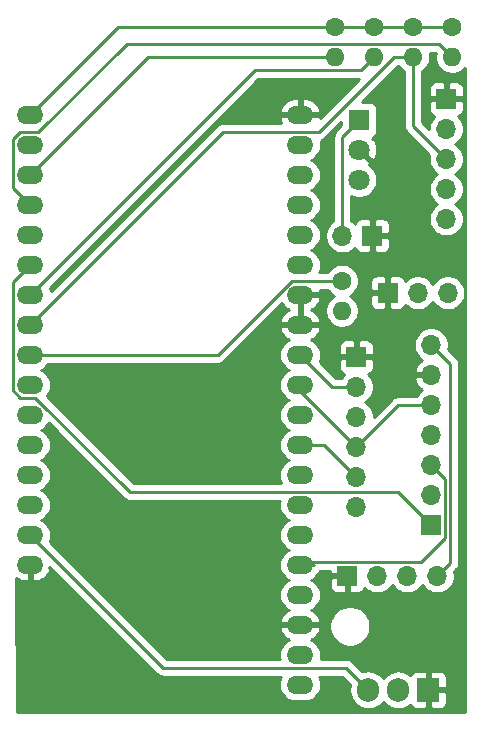
<source format=gbr>
G04 #@! TF.GenerationSoftware,KiCad,Pcbnew,(5.1.8-0-10_14)*
G04 #@! TF.CreationDate,2021-01-25T13:15:20+01:00*
G04 #@! TF.ProjectId,GpsRouteTracker,47707352-6f75-4746-9554-7261636b6572,2.0.0*
G04 #@! TF.SameCoordinates,Original*
G04 #@! TF.FileFunction,Copper,L1,Top*
G04 #@! TF.FilePolarity,Positive*
%FSLAX46Y46*%
G04 Gerber Fmt 4.6, Leading zero omitted, Abs format (unit mm)*
G04 Created by KiCad (PCBNEW (5.1.8-0-10_14)) date 2021-01-25 13:15:20*
%MOMM*%
%LPD*%
G01*
G04 APERTURE LIST*
G04 #@! TA.AperFunction,ComponentPad*
%ADD10O,1.600000X1.600000*%
G04 #@! TD*
G04 #@! TA.AperFunction,ComponentPad*
%ADD11C,1.600000*%
G04 #@! TD*
G04 #@! TA.AperFunction,ComponentPad*
%ADD12O,2.268000X1.524000*%
G04 #@! TD*
G04 #@! TA.AperFunction,ComponentPad*
%ADD13R,1.700000X1.700000*%
G04 #@! TD*
G04 #@! TA.AperFunction,ComponentPad*
%ADD14O,1.700000X1.700000*%
G04 #@! TD*
G04 #@! TA.AperFunction,ComponentPad*
%ADD15R,1.905000X2.000000*%
G04 #@! TD*
G04 #@! TA.AperFunction,ComponentPad*
%ADD16O,1.905000X2.000000*%
G04 #@! TD*
G04 #@! TA.AperFunction,ComponentPad*
%ADD17C,1.800000*%
G04 #@! TD*
G04 #@! TA.AperFunction,ComponentPad*
%ADD18R,1.800000X1.800000*%
G04 #@! TD*
G04 #@! TA.AperFunction,Conductor*
%ADD19C,0.250000*%
G04 #@! TD*
G04 #@! TA.AperFunction,Conductor*
%ADD20C,0.254000*%
G04 #@! TD*
G04 #@! TA.AperFunction,Conductor*
%ADD21C,0.100000*%
G04 #@! TD*
G04 APERTURE END LIST*
D10*
X145542000Y-66294000D03*
D11*
X145542000Y-63754000D03*
D12*
X113105001Y-71195001D03*
X113105001Y-73735001D03*
X113105001Y-76275001D03*
X113105001Y-78815001D03*
X113105001Y-81355001D03*
X113105001Y-83895001D03*
X113105001Y-86435001D03*
X113105001Y-88975001D03*
X113105001Y-91515001D03*
X113105001Y-94055001D03*
X113105001Y-96595001D03*
X113105001Y-99135001D03*
X113105001Y-101675001D03*
X113105001Y-104215001D03*
X113105001Y-106755001D03*
X113105001Y-109295001D03*
X135965001Y-71195001D03*
X135965001Y-73735001D03*
X135965001Y-76275001D03*
X135965001Y-78815001D03*
X135965001Y-81355001D03*
X135965001Y-83895001D03*
X135965001Y-86435001D03*
X135965001Y-88975001D03*
X135965001Y-91515001D03*
X135965001Y-94055001D03*
X135965001Y-96595001D03*
X135965001Y-99135001D03*
X135965001Y-101675001D03*
X135965001Y-104215001D03*
X135965001Y-106755001D03*
X135965001Y-109295001D03*
X135965001Y-111835001D03*
X135965001Y-114375001D03*
X135965001Y-116915001D03*
X135965001Y-119455001D03*
D11*
X138938000Y-63754000D03*
D10*
X138938000Y-66294000D03*
D13*
X140716000Y-91694000D03*
D14*
X140716000Y-94234000D03*
X140716000Y-96774000D03*
X140716000Y-99314000D03*
X140716000Y-101854000D03*
X140716000Y-104394000D03*
D13*
X147066000Y-105918000D03*
D14*
X147066000Y-103378000D03*
X147066000Y-100838000D03*
X147066000Y-98298000D03*
X147066000Y-95758000D03*
X147066000Y-93218000D03*
X147066000Y-90678000D03*
D11*
X142240000Y-63754000D03*
D10*
X142240000Y-66294000D03*
X139496800Y-87782400D03*
D11*
X139496800Y-85242400D03*
D13*
X143383000Y-86258400D03*
D14*
X145923000Y-86258400D03*
X148463000Y-86258400D03*
D13*
X139954000Y-110236000D03*
D14*
X142494000Y-110236000D03*
X145034000Y-110236000D03*
X147574000Y-110236000D03*
D15*
X146812000Y-119888000D03*
D16*
X144272000Y-119888000D03*
X141732000Y-119888000D03*
D13*
X148336000Y-69850000D03*
D14*
X148336000Y-72390000D03*
X148336000Y-74930000D03*
X148336000Y-77470000D03*
X148336000Y-80010000D03*
D11*
X148844000Y-63754000D03*
D10*
X148844000Y-66294000D03*
D17*
X140970000Y-76708000D03*
X140970000Y-74168000D03*
D18*
X140970000Y-71628000D03*
D13*
X142087600Y-81432400D03*
D14*
X139547600Y-81432400D03*
D19*
X136473001Y-71195001D02*
X135965001Y-71195001D01*
X128975737Y-91515001D02*
X113105001Y-91515001D01*
X135248338Y-85242400D02*
X128975737Y-91515001D01*
X139496800Y-85242400D02*
X135248338Y-85242400D01*
X148691011Y-109118989D02*
X147574000Y-110236000D01*
X148691011Y-92303011D02*
X148691011Y-109118989D01*
X147066000Y-90678000D02*
X148691011Y-92303011D01*
X124352011Y-118002011D02*
X113105001Y-106755001D01*
X139846011Y-118002011D02*
X124352011Y-118002011D01*
X141732000Y-119888000D02*
X139846011Y-118002011D01*
X120546002Y-63754000D02*
X113105001Y-71195001D01*
X138938000Y-63754000D02*
X120546002Y-63754000D01*
X138938000Y-63754000D02*
X142240000Y-63754000D01*
X142240000Y-63754000D02*
X145542000Y-63754000D01*
X145542000Y-63754000D02*
X148844000Y-63754000D01*
X135965001Y-94685737D02*
X135965001Y-94055001D01*
X140716000Y-99568000D02*
X140716000Y-99436736D01*
X135965001Y-94563001D02*
X135965001Y-94055001D01*
X140716000Y-99314000D02*
X135965001Y-94563001D01*
X144272000Y-95758000D02*
X140716000Y-99314000D01*
X147066000Y-95758000D02*
X144272000Y-95758000D01*
X138684000Y-94234000D02*
X135965001Y-91515001D01*
X140716000Y-94234000D02*
X138684000Y-94234000D01*
X132121001Y-67419001D02*
X113105001Y-86435001D01*
X141114999Y-67419001D02*
X142240000Y-66294000D01*
X132121001Y-67419001D02*
X141114999Y-67419001D01*
X129432011Y-72647991D02*
X113105001Y-88975001D01*
X137551011Y-72647991D02*
X129432011Y-72647991D01*
X143905002Y-66294000D02*
X137551011Y-72647991D01*
X145542000Y-66294000D02*
X143905002Y-66294000D01*
X145542000Y-72136000D02*
X148336000Y-74930000D01*
X145542000Y-66294000D02*
X145542000Y-72136000D01*
X113476655Y-76275001D02*
X113105001Y-76275001D01*
X123086002Y-66294000D02*
X113105001Y-76275001D01*
X138938000Y-66294000D02*
X123086002Y-66294000D01*
X111645991Y-77355991D02*
X113105001Y-78815001D01*
X111645991Y-73284747D02*
X111645991Y-77355991D01*
X112282747Y-72647991D02*
X111645991Y-73284747D01*
X113788009Y-72647991D02*
X112282747Y-72647991D01*
X121267001Y-65168999D02*
X113788009Y-72647991D01*
X147718999Y-65168999D02*
X121267001Y-65168999D01*
X148844000Y-66294000D02*
X147718999Y-65168999D01*
X135965001Y-98984999D02*
X135965001Y-99135001D01*
X137997001Y-99135001D02*
X140716000Y-101854000D01*
X135965001Y-99135001D02*
X137997001Y-99135001D01*
X137108001Y-109295001D02*
X135965001Y-109295001D01*
X136199003Y-109060999D02*
X135965001Y-109295001D01*
X146208003Y-109060999D02*
X136199003Y-109060999D01*
X148241001Y-107028001D02*
X146208003Y-109060999D01*
X148241001Y-102013001D02*
X148241001Y-107028001D01*
X147066000Y-100838000D02*
X148241001Y-102013001D01*
X111645991Y-85354011D02*
X113105001Y-83895001D01*
X111645991Y-94505255D02*
X111645991Y-85354011D01*
X112282747Y-95142011D02*
X111645991Y-94505255D01*
X113561275Y-95142011D02*
X112282747Y-95142011D01*
X121547255Y-103127991D02*
X113561275Y-95142011D01*
X144275991Y-103127991D02*
X121547255Y-103127991D01*
X147066000Y-105918000D02*
X144275991Y-103127991D01*
X139547600Y-73050400D02*
X140970000Y-71628000D01*
X139547600Y-81432400D02*
X139547600Y-73050400D01*
D20*
X147445312Y-65970113D02*
X147409000Y-66152665D01*
X147409000Y-66435335D01*
X147464147Y-66712574D01*
X147572320Y-66973727D01*
X147729363Y-67208759D01*
X147929241Y-67408637D01*
X148164273Y-67565680D01*
X148425426Y-67673853D01*
X148702665Y-67729000D01*
X148985335Y-67729000D01*
X149262574Y-67673853D01*
X149523727Y-67565680D01*
X149758759Y-67408637D01*
X149958637Y-67208759D01*
X149962000Y-67203726D01*
X149962001Y-121768000D01*
X111962246Y-121768000D01*
X111952737Y-110452706D01*
X112081059Y-110537060D01*
X112335900Y-110640382D01*
X112606001Y-110692001D01*
X112978001Y-110692001D01*
X112978001Y-109422001D01*
X112958001Y-109422001D01*
X112958001Y-109168001D01*
X112978001Y-109168001D01*
X112978001Y-109148001D01*
X113232001Y-109148001D01*
X113232001Y-109168001D01*
X113252001Y-109168001D01*
X113252001Y-109422001D01*
X113232001Y-109422001D01*
X113232001Y-110692001D01*
X113604001Y-110692001D01*
X113874102Y-110640382D01*
X114128943Y-110537060D01*
X114358730Y-110386007D01*
X114554633Y-110193027D01*
X114709123Y-109965536D01*
X114816263Y-109712277D01*
X114831221Y-109638071D01*
X114723804Y-109448606D01*
X123788211Y-118513013D01*
X123812010Y-118542012D01*
X123841008Y-118565810D01*
X123927734Y-118636985D01*
X123999068Y-118675114D01*
X124059764Y-118707557D01*
X124203025Y-118751014D01*
X124314678Y-118762011D01*
X124314687Y-118762011D01*
X124352010Y-118765687D01*
X124389333Y-118762011D01*
X134379371Y-118762011D01*
X134296097Y-118917806D01*
X134216215Y-119181141D01*
X134189242Y-119455001D01*
X134216215Y-119728861D01*
X134296097Y-119992196D01*
X134425818Y-120234888D01*
X134600393Y-120447609D01*
X134813114Y-120622184D01*
X135055806Y-120751905D01*
X135319141Y-120831787D01*
X135524376Y-120852001D01*
X136405626Y-120852001D01*
X136610861Y-120831787D01*
X136874196Y-120751905D01*
X137116888Y-120622184D01*
X137329609Y-120447609D01*
X137504184Y-120234888D01*
X137633905Y-119992196D01*
X137713787Y-119728861D01*
X137740760Y-119455001D01*
X137713787Y-119181141D01*
X137633905Y-118917806D01*
X137550631Y-118762011D01*
X139531210Y-118762011D01*
X140197965Y-119428767D01*
X140167470Y-119529296D01*
X140144500Y-119762514D01*
X140144500Y-120013485D01*
X140167470Y-120246703D01*
X140258245Y-120545948D01*
X140405655Y-120821734D01*
X140604037Y-121063463D01*
X140845765Y-121261845D01*
X141121551Y-121409255D01*
X141420796Y-121500030D01*
X141732000Y-121530681D01*
X142043203Y-121500030D01*
X142342448Y-121409255D01*
X142618234Y-121261845D01*
X142859963Y-121063463D01*
X143002000Y-120890391D01*
X143144037Y-121063463D01*
X143385765Y-121261845D01*
X143661551Y-121409255D01*
X143960796Y-121500030D01*
X144272000Y-121530681D01*
X144583203Y-121500030D01*
X144882448Y-121409255D01*
X145158234Y-121261845D01*
X145284095Y-121158553D01*
X145328963Y-121242494D01*
X145408315Y-121339185D01*
X145505006Y-121418537D01*
X145615320Y-121477502D01*
X145735018Y-121513812D01*
X145859500Y-121526072D01*
X146526250Y-121523000D01*
X146685000Y-121364250D01*
X146685000Y-120015000D01*
X146939000Y-120015000D01*
X146939000Y-121364250D01*
X147097750Y-121523000D01*
X147764500Y-121526072D01*
X147888982Y-121513812D01*
X148008680Y-121477502D01*
X148118994Y-121418537D01*
X148215685Y-121339185D01*
X148295037Y-121242494D01*
X148354002Y-121132180D01*
X148390312Y-121012482D01*
X148402572Y-120888000D01*
X148399500Y-120173750D01*
X148240750Y-120015000D01*
X146939000Y-120015000D01*
X146685000Y-120015000D01*
X146665000Y-120015000D01*
X146665000Y-119761000D01*
X146685000Y-119761000D01*
X146685000Y-118411750D01*
X146939000Y-118411750D01*
X146939000Y-119761000D01*
X148240750Y-119761000D01*
X148399500Y-119602250D01*
X148402572Y-118888000D01*
X148390312Y-118763518D01*
X148354002Y-118643820D01*
X148295037Y-118533506D01*
X148215685Y-118436815D01*
X148118994Y-118357463D01*
X148008680Y-118298498D01*
X147888982Y-118262188D01*
X147764500Y-118249928D01*
X147097750Y-118253000D01*
X146939000Y-118411750D01*
X146685000Y-118411750D01*
X146526250Y-118253000D01*
X145859500Y-118249928D01*
X145735018Y-118262188D01*
X145615320Y-118298498D01*
X145505006Y-118357463D01*
X145408315Y-118436815D01*
X145328963Y-118533506D01*
X145284095Y-118617446D01*
X145158235Y-118514155D01*
X144882449Y-118366745D01*
X144583204Y-118275970D01*
X144272000Y-118245319D01*
X143960797Y-118275970D01*
X143661552Y-118366745D01*
X143385766Y-118514155D01*
X143144037Y-118712537D01*
X143002000Y-118885609D01*
X142859963Y-118712537D01*
X142618235Y-118514155D01*
X142342449Y-118366745D01*
X142043204Y-118275970D01*
X141732000Y-118245319D01*
X141420797Y-118275970D01*
X141247378Y-118328576D01*
X140409815Y-117491014D01*
X140386012Y-117462010D01*
X140270287Y-117367037D01*
X140138258Y-117296465D01*
X139994997Y-117253008D01*
X139883344Y-117242011D01*
X139883333Y-117242011D01*
X139846011Y-117238335D01*
X139808689Y-117242011D01*
X137697664Y-117242011D01*
X137713787Y-117188861D01*
X137740760Y-116915001D01*
X137713787Y-116641141D01*
X137633905Y-116377806D01*
X137504184Y-116135114D01*
X137329609Y-115922393D01*
X137116888Y-115747818D01*
X136922588Y-115643963D01*
X136988943Y-115617060D01*
X137218730Y-115466007D01*
X137414633Y-115273027D01*
X137569123Y-115045536D01*
X137676263Y-114792277D01*
X137691221Y-114718071D01*
X137568721Y-114502001D01*
X136092001Y-114502001D01*
X136092001Y-114522001D01*
X135838001Y-114522001D01*
X135838001Y-114502001D01*
X134361281Y-114502001D01*
X134238781Y-114718071D01*
X134253739Y-114792277D01*
X134360879Y-115045536D01*
X134515369Y-115273027D01*
X134711272Y-115466007D01*
X134941059Y-115617060D01*
X135007414Y-115643963D01*
X134813114Y-115747818D01*
X134600393Y-115922393D01*
X134425818Y-116135114D01*
X134296097Y-116377806D01*
X134216215Y-116641141D01*
X134189242Y-116915001D01*
X134216215Y-117188861D01*
X134232338Y-117242011D01*
X124666813Y-117242011D01*
X121757119Y-114332317D01*
X138447600Y-114332317D01*
X138447600Y-114674083D01*
X138514275Y-115009281D01*
X138645063Y-115325031D01*
X138834937Y-115609198D01*
X139076602Y-115850863D01*
X139360769Y-116040737D01*
X139676519Y-116171525D01*
X140011717Y-116238200D01*
X140353483Y-116238200D01*
X140688681Y-116171525D01*
X141004431Y-116040737D01*
X141288598Y-115850863D01*
X141530263Y-115609198D01*
X141720137Y-115325031D01*
X141850925Y-115009281D01*
X141917600Y-114674083D01*
X141917600Y-114332317D01*
X141850925Y-113997119D01*
X141720137Y-113681369D01*
X141530263Y-113397202D01*
X141288598Y-113155537D01*
X141004431Y-112965663D01*
X140688681Y-112834875D01*
X140353483Y-112768200D01*
X140011717Y-112768200D01*
X139676519Y-112834875D01*
X139360769Y-112965663D01*
X139076602Y-113155537D01*
X138834937Y-113397202D01*
X138645063Y-113681369D01*
X138514275Y-113997119D01*
X138447600Y-114332317D01*
X121757119Y-114332317D01*
X114754083Y-107329281D01*
X114773905Y-107292196D01*
X114853787Y-107028861D01*
X114880760Y-106755001D01*
X114853787Y-106481141D01*
X114773905Y-106217806D01*
X114644184Y-105975114D01*
X114469609Y-105762393D01*
X114256888Y-105587818D01*
X114064530Y-105485001D01*
X114256888Y-105382184D01*
X114469609Y-105207609D01*
X114644184Y-104994888D01*
X114773905Y-104752196D01*
X114853787Y-104488861D01*
X114880760Y-104215001D01*
X114853787Y-103941141D01*
X114773905Y-103677806D01*
X114644184Y-103435114D01*
X114469609Y-103222393D01*
X114256888Y-103047818D01*
X114064530Y-102945001D01*
X114256888Y-102842184D01*
X114469609Y-102667609D01*
X114644184Y-102454888D01*
X114773905Y-102212196D01*
X114853787Y-101948861D01*
X114880760Y-101675001D01*
X114853787Y-101401141D01*
X114773905Y-101137806D01*
X114644184Y-100895114D01*
X114469609Y-100682393D01*
X114256888Y-100507818D01*
X114064530Y-100405001D01*
X114256888Y-100302184D01*
X114469609Y-100127609D01*
X114644184Y-99914888D01*
X114773905Y-99672196D01*
X114853787Y-99408861D01*
X114880760Y-99135001D01*
X114853787Y-98861141D01*
X114773905Y-98597806D01*
X114644184Y-98355114D01*
X114469609Y-98142393D01*
X114256888Y-97967818D01*
X114064530Y-97865001D01*
X114256888Y-97762184D01*
X114469609Y-97587609D01*
X114644184Y-97374888D01*
X114670367Y-97325904D01*
X120983455Y-103638993D01*
X121007254Y-103667992D01*
X121122979Y-103762965D01*
X121255008Y-103833537D01*
X121398269Y-103876994D01*
X121509922Y-103887991D01*
X121509931Y-103887991D01*
X121547254Y-103891667D01*
X121584577Y-103887991D01*
X134232338Y-103887991D01*
X134216215Y-103941141D01*
X134189242Y-104215001D01*
X134216215Y-104488861D01*
X134296097Y-104752196D01*
X134425818Y-104994888D01*
X134600393Y-105207609D01*
X134813114Y-105382184D01*
X135005472Y-105485001D01*
X134813114Y-105587818D01*
X134600393Y-105762393D01*
X134425818Y-105975114D01*
X134296097Y-106217806D01*
X134216215Y-106481141D01*
X134189242Y-106755001D01*
X134216215Y-107028861D01*
X134296097Y-107292196D01*
X134425818Y-107534888D01*
X134600393Y-107747609D01*
X134813114Y-107922184D01*
X135005472Y-108025001D01*
X134813114Y-108127818D01*
X134600393Y-108302393D01*
X134425818Y-108515114D01*
X134296097Y-108757806D01*
X134216215Y-109021141D01*
X134189242Y-109295001D01*
X134216215Y-109568861D01*
X134296097Y-109832196D01*
X134425818Y-110074888D01*
X134600393Y-110287609D01*
X134813114Y-110462184D01*
X135005472Y-110565001D01*
X134813114Y-110667818D01*
X134600393Y-110842393D01*
X134425818Y-111055114D01*
X134296097Y-111297806D01*
X134216215Y-111561141D01*
X134189242Y-111835001D01*
X134216215Y-112108861D01*
X134296097Y-112372196D01*
X134425818Y-112614888D01*
X134600393Y-112827609D01*
X134813114Y-113002184D01*
X135007414Y-113106039D01*
X134941059Y-113132942D01*
X134711272Y-113283995D01*
X134515369Y-113476975D01*
X134360879Y-113704466D01*
X134253739Y-113957725D01*
X134238781Y-114031931D01*
X134361281Y-114248001D01*
X135838001Y-114248001D01*
X135838001Y-114228001D01*
X136092001Y-114228001D01*
X136092001Y-114248001D01*
X137568721Y-114248001D01*
X137691221Y-114031931D01*
X137676263Y-113957725D01*
X137569123Y-113704466D01*
X137414633Y-113476975D01*
X137218730Y-113283995D01*
X136988943Y-113132942D01*
X136922588Y-113106039D01*
X137116888Y-113002184D01*
X137329609Y-112827609D01*
X137504184Y-112614888D01*
X137633905Y-112372196D01*
X137713787Y-112108861D01*
X137740760Y-111835001D01*
X137713787Y-111561141D01*
X137633905Y-111297806D01*
X137520693Y-111086000D01*
X138465928Y-111086000D01*
X138478188Y-111210482D01*
X138514498Y-111330180D01*
X138573463Y-111440494D01*
X138652815Y-111537185D01*
X138749506Y-111616537D01*
X138859820Y-111675502D01*
X138979518Y-111711812D01*
X139104000Y-111724072D01*
X139668250Y-111721000D01*
X139827000Y-111562250D01*
X139827000Y-110363000D01*
X138627750Y-110363000D01*
X138469000Y-110521750D01*
X138465928Y-111086000D01*
X137520693Y-111086000D01*
X137504184Y-111055114D01*
X137329609Y-110842393D01*
X137116888Y-110667818D01*
X136924530Y-110565001D01*
X137116888Y-110462184D01*
X137329609Y-110287609D01*
X137504184Y-110074888D01*
X137620217Y-109857805D01*
X137648002Y-109835002D01*
X137659494Y-109820999D01*
X138468296Y-109820999D01*
X138469000Y-109950250D01*
X138627750Y-110109000D01*
X139827000Y-110109000D01*
X139827000Y-110089000D01*
X140081000Y-110089000D01*
X140081000Y-110109000D01*
X140101000Y-110109000D01*
X140101000Y-110363000D01*
X140081000Y-110363000D01*
X140081000Y-111562250D01*
X140239750Y-111721000D01*
X140804000Y-111724072D01*
X140928482Y-111711812D01*
X141048180Y-111675502D01*
X141158494Y-111616537D01*
X141255185Y-111537185D01*
X141334537Y-111440494D01*
X141393502Y-111330180D01*
X141415513Y-111257620D01*
X141547368Y-111389475D01*
X141790589Y-111551990D01*
X142060842Y-111663932D01*
X142347740Y-111721000D01*
X142640260Y-111721000D01*
X142927158Y-111663932D01*
X143197411Y-111551990D01*
X143440632Y-111389475D01*
X143647475Y-111182632D01*
X143764000Y-111008240D01*
X143880525Y-111182632D01*
X144087368Y-111389475D01*
X144330589Y-111551990D01*
X144600842Y-111663932D01*
X144887740Y-111721000D01*
X145180260Y-111721000D01*
X145467158Y-111663932D01*
X145737411Y-111551990D01*
X145980632Y-111389475D01*
X146187475Y-111182632D01*
X146304000Y-111008240D01*
X146420525Y-111182632D01*
X146627368Y-111389475D01*
X146870589Y-111551990D01*
X147140842Y-111663932D01*
X147427740Y-111721000D01*
X147720260Y-111721000D01*
X148007158Y-111663932D01*
X148277411Y-111551990D01*
X148520632Y-111389475D01*
X148727475Y-111182632D01*
X148889990Y-110939411D01*
X149001932Y-110669158D01*
X149059000Y-110382260D01*
X149059000Y-110089740D01*
X149015210Y-109869592D01*
X149202014Y-109682788D01*
X149231012Y-109658990D01*
X149289890Y-109587247D01*
X149325985Y-109543266D01*
X149396557Y-109411236D01*
X149404212Y-109386000D01*
X149440014Y-109267975D01*
X149451011Y-109156322D01*
X149451011Y-109156313D01*
X149454687Y-109118990D01*
X149451011Y-109081667D01*
X149451011Y-92340344D01*
X149454688Y-92303011D01*
X149440014Y-92154025D01*
X149396557Y-92010764D01*
X149325985Y-91878735D01*
X149254810Y-91792008D01*
X149231012Y-91763010D01*
X149202015Y-91739213D01*
X148507210Y-91044408D01*
X148551000Y-90824260D01*
X148551000Y-90531740D01*
X148493932Y-90244842D01*
X148381990Y-89974589D01*
X148219475Y-89731368D01*
X148012632Y-89524525D01*
X147769411Y-89362010D01*
X147499158Y-89250068D01*
X147212260Y-89193000D01*
X146919740Y-89193000D01*
X146632842Y-89250068D01*
X146362589Y-89362010D01*
X146119368Y-89524525D01*
X145912525Y-89731368D01*
X145750010Y-89974589D01*
X145638068Y-90244842D01*
X145581000Y-90531740D01*
X145581000Y-90824260D01*
X145638068Y-91111158D01*
X145750010Y-91381411D01*
X145912525Y-91624632D01*
X146119368Y-91831475D01*
X146301534Y-91953195D01*
X146184645Y-92022822D01*
X145968412Y-92217731D01*
X145794359Y-92451080D01*
X145669175Y-92713901D01*
X145624524Y-92861110D01*
X145745845Y-93091000D01*
X146939000Y-93091000D01*
X146939000Y-93071000D01*
X147193000Y-93071000D01*
X147193000Y-93091000D01*
X147213000Y-93091000D01*
X147213000Y-93345000D01*
X147193000Y-93345000D01*
X147193000Y-93365000D01*
X146939000Y-93365000D01*
X146939000Y-93345000D01*
X145745845Y-93345000D01*
X145624524Y-93574890D01*
X145669175Y-93722099D01*
X145794359Y-93984920D01*
X145968412Y-94218269D01*
X146184645Y-94413178D01*
X146301534Y-94482805D01*
X146119368Y-94604525D01*
X145912525Y-94811368D01*
X145787822Y-94998000D01*
X144309322Y-94998000D01*
X144271999Y-94994324D01*
X144234676Y-94998000D01*
X144234667Y-94998000D01*
X144123014Y-95008997D01*
X143979753Y-95052454D01*
X143847724Y-95123026D01*
X143847722Y-95123027D01*
X143847723Y-95123027D01*
X143760996Y-95194201D01*
X143760992Y-95194205D01*
X143731999Y-95217999D01*
X143708205Y-95246992D01*
X142201000Y-96754198D01*
X142201000Y-96627740D01*
X142143932Y-96340842D01*
X142031990Y-96070589D01*
X141869475Y-95827368D01*
X141662632Y-95620525D01*
X141488240Y-95504000D01*
X141662632Y-95387475D01*
X141869475Y-95180632D01*
X142031990Y-94937411D01*
X142143932Y-94667158D01*
X142201000Y-94380260D01*
X142201000Y-94087740D01*
X142143932Y-93800842D01*
X142031990Y-93530589D01*
X141869475Y-93287368D01*
X141737620Y-93155513D01*
X141810180Y-93133502D01*
X141920494Y-93074537D01*
X142017185Y-92995185D01*
X142096537Y-92898494D01*
X142155502Y-92788180D01*
X142191812Y-92668482D01*
X142204072Y-92544000D01*
X142201000Y-91979750D01*
X142042250Y-91821000D01*
X140843000Y-91821000D01*
X140843000Y-91841000D01*
X140589000Y-91841000D01*
X140589000Y-91821000D01*
X139389750Y-91821000D01*
X139231000Y-91979750D01*
X139227928Y-92544000D01*
X139240188Y-92668482D01*
X139276498Y-92788180D01*
X139335463Y-92898494D01*
X139414815Y-92995185D01*
X139511506Y-93074537D01*
X139621820Y-93133502D01*
X139694380Y-93155513D01*
X139562525Y-93287368D01*
X139437822Y-93474000D01*
X138998802Y-93474000D01*
X137614083Y-92089281D01*
X137633905Y-92052196D01*
X137713787Y-91788861D01*
X137740760Y-91515001D01*
X137713787Y-91241141D01*
X137633905Y-90977806D01*
X137562385Y-90844000D01*
X139227928Y-90844000D01*
X139231000Y-91408250D01*
X139389750Y-91567000D01*
X140589000Y-91567000D01*
X140589000Y-90367750D01*
X140843000Y-90367750D01*
X140843000Y-91567000D01*
X142042250Y-91567000D01*
X142201000Y-91408250D01*
X142204072Y-90844000D01*
X142191812Y-90719518D01*
X142155502Y-90599820D01*
X142096537Y-90489506D01*
X142017185Y-90392815D01*
X141920494Y-90313463D01*
X141810180Y-90254498D01*
X141690482Y-90218188D01*
X141566000Y-90205928D01*
X141001750Y-90209000D01*
X140843000Y-90367750D01*
X140589000Y-90367750D01*
X140430250Y-90209000D01*
X139866000Y-90205928D01*
X139741518Y-90218188D01*
X139621820Y-90254498D01*
X139511506Y-90313463D01*
X139414815Y-90392815D01*
X139335463Y-90489506D01*
X139276498Y-90599820D01*
X139240188Y-90719518D01*
X139227928Y-90844000D01*
X137562385Y-90844000D01*
X137504184Y-90735114D01*
X137329609Y-90522393D01*
X137116888Y-90347818D01*
X136922588Y-90243963D01*
X136988943Y-90217060D01*
X137218730Y-90066007D01*
X137414633Y-89873027D01*
X137569123Y-89645536D01*
X137676263Y-89392277D01*
X137691221Y-89318071D01*
X137568721Y-89102001D01*
X136092001Y-89102001D01*
X136092001Y-89122001D01*
X135838001Y-89122001D01*
X135838001Y-89102001D01*
X134361281Y-89102001D01*
X134238781Y-89318071D01*
X134253739Y-89392277D01*
X134360879Y-89645536D01*
X134515369Y-89873027D01*
X134711272Y-90066007D01*
X134941059Y-90217060D01*
X135007414Y-90243963D01*
X134813114Y-90347818D01*
X134600393Y-90522393D01*
X134425818Y-90735114D01*
X134296097Y-90977806D01*
X134216215Y-91241141D01*
X134189242Y-91515001D01*
X134216215Y-91788861D01*
X134296097Y-92052196D01*
X134425818Y-92294888D01*
X134600393Y-92507609D01*
X134813114Y-92682184D01*
X135005472Y-92785001D01*
X134813114Y-92887818D01*
X134600393Y-93062393D01*
X134425818Y-93275114D01*
X134296097Y-93517806D01*
X134216215Y-93781141D01*
X134189242Y-94055001D01*
X134216215Y-94328861D01*
X134296097Y-94592196D01*
X134425818Y-94834888D01*
X134600393Y-95047609D01*
X134813114Y-95222184D01*
X135005472Y-95325001D01*
X134813114Y-95427818D01*
X134600393Y-95602393D01*
X134425818Y-95815114D01*
X134296097Y-96057806D01*
X134216215Y-96321141D01*
X134189242Y-96595001D01*
X134216215Y-96868861D01*
X134296097Y-97132196D01*
X134425818Y-97374888D01*
X134600393Y-97587609D01*
X134813114Y-97762184D01*
X135005472Y-97865001D01*
X134813114Y-97967818D01*
X134600393Y-98142393D01*
X134425818Y-98355114D01*
X134296097Y-98597806D01*
X134216215Y-98861141D01*
X134189242Y-99135001D01*
X134216215Y-99408861D01*
X134296097Y-99672196D01*
X134425818Y-99914888D01*
X134600393Y-100127609D01*
X134813114Y-100302184D01*
X135005472Y-100405001D01*
X134813114Y-100507818D01*
X134600393Y-100682393D01*
X134425818Y-100895114D01*
X134296097Y-101137806D01*
X134216215Y-101401141D01*
X134189242Y-101675001D01*
X134216215Y-101948861D01*
X134296097Y-102212196D01*
X134379371Y-102367991D01*
X121862057Y-102367991D01*
X114502093Y-95008028D01*
X114644184Y-94834888D01*
X114773905Y-94592196D01*
X114853787Y-94328861D01*
X114880760Y-94055001D01*
X114853787Y-93781141D01*
X114773905Y-93517806D01*
X114644184Y-93275114D01*
X114469609Y-93062393D01*
X114256888Y-92887818D01*
X114064530Y-92785001D01*
X114256888Y-92682184D01*
X114469609Y-92507609D01*
X114644184Y-92294888D01*
X114654814Y-92275001D01*
X128938415Y-92275001D01*
X128975737Y-92278677D01*
X129013059Y-92275001D01*
X129013070Y-92275001D01*
X129124723Y-92264004D01*
X129267984Y-92220547D01*
X129400013Y-92149975D01*
X129515738Y-92055002D01*
X129539541Y-92025998D01*
X134400970Y-87164571D01*
X134515369Y-87333027D01*
X134711272Y-87526007D01*
X134941059Y-87677060D01*
X135009975Y-87705001D01*
X134941059Y-87732942D01*
X134711272Y-87883995D01*
X134515369Y-88076975D01*
X134360879Y-88304466D01*
X134253739Y-88557725D01*
X134238781Y-88631931D01*
X134361281Y-88848001D01*
X135838001Y-88848001D01*
X135838001Y-86562001D01*
X136092001Y-86562001D01*
X136092001Y-88848001D01*
X137568721Y-88848001D01*
X137691221Y-88631931D01*
X137676263Y-88557725D01*
X137569123Y-88304466D01*
X137414633Y-88076975D01*
X137218730Y-87883995D01*
X136988943Y-87732942D01*
X136920027Y-87705001D01*
X136988943Y-87677060D01*
X137218730Y-87526007D01*
X137414633Y-87333027D01*
X137569123Y-87105536D01*
X137676263Y-86852277D01*
X137691221Y-86778071D01*
X137568721Y-86562001D01*
X136092001Y-86562001D01*
X135838001Y-86562001D01*
X135818001Y-86562001D01*
X135818001Y-86308001D01*
X135838001Y-86308001D01*
X135838001Y-86288001D01*
X136092001Y-86288001D01*
X136092001Y-86308001D01*
X137568721Y-86308001D01*
X137691221Y-86091931D01*
X137676263Y-86017725D01*
X137669780Y-86002400D01*
X138278757Y-86002400D01*
X138382163Y-86157159D01*
X138582041Y-86357037D01*
X138814559Y-86512400D01*
X138582041Y-86667763D01*
X138382163Y-86867641D01*
X138225120Y-87102673D01*
X138116947Y-87363826D01*
X138061800Y-87641065D01*
X138061800Y-87923735D01*
X138116947Y-88200974D01*
X138225120Y-88462127D01*
X138382163Y-88697159D01*
X138582041Y-88897037D01*
X138817073Y-89054080D01*
X139078226Y-89162253D01*
X139355465Y-89217400D01*
X139638135Y-89217400D01*
X139915374Y-89162253D01*
X140176527Y-89054080D01*
X140411559Y-88897037D01*
X140611437Y-88697159D01*
X140768480Y-88462127D01*
X140876653Y-88200974D01*
X140931800Y-87923735D01*
X140931800Y-87641065D01*
X140876653Y-87363826D01*
X140770853Y-87108400D01*
X141894928Y-87108400D01*
X141907188Y-87232882D01*
X141943498Y-87352580D01*
X142002463Y-87462894D01*
X142081815Y-87559585D01*
X142178506Y-87638937D01*
X142288820Y-87697902D01*
X142408518Y-87734212D01*
X142533000Y-87746472D01*
X143097250Y-87743400D01*
X143256000Y-87584650D01*
X143256000Y-86385400D01*
X142056750Y-86385400D01*
X141898000Y-86544150D01*
X141894928Y-87108400D01*
X140770853Y-87108400D01*
X140768480Y-87102673D01*
X140611437Y-86867641D01*
X140411559Y-86667763D01*
X140179041Y-86512400D01*
X140411559Y-86357037D01*
X140611437Y-86157159D01*
X140768480Y-85922127D01*
X140876653Y-85660974D01*
X140926893Y-85408400D01*
X141894928Y-85408400D01*
X141898000Y-85972650D01*
X142056750Y-86131400D01*
X143256000Y-86131400D01*
X143256000Y-84932150D01*
X143510000Y-84932150D01*
X143510000Y-86131400D01*
X143530000Y-86131400D01*
X143530000Y-86385400D01*
X143510000Y-86385400D01*
X143510000Y-87584650D01*
X143668750Y-87743400D01*
X144233000Y-87746472D01*
X144357482Y-87734212D01*
X144477180Y-87697902D01*
X144587494Y-87638937D01*
X144684185Y-87559585D01*
X144763537Y-87462894D01*
X144822502Y-87352580D01*
X144844513Y-87280020D01*
X144976368Y-87411875D01*
X145219589Y-87574390D01*
X145489842Y-87686332D01*
X145776740Y-87743400D01*
X146069260Y-87743400D01*
X146356158Y-87686332D01*
X146626411Y-87574390D01*
X146869632Y-87411875D01*
X147076475Y-87205032D01*
X147193000Y-87030640D01*
X147309525Y-87205032D01*
X147516368Y-87411875D01*
X147759589Y-87574390D01*
X148029842Y-87686332D01*
X148316740Y-87743400D01*
X148609260Y-87743400D01*
X148896158Y-87686332D01*
X149166411Y-87574390D01*
X149409632Y-87411875D01*
X149616475Y-87205032D01*
X149778990Y-86961811D01*
X149890932Y-86691558D01*
X149948000Y-86404660D01*
X149948000Y-86112140D01*
X149890932Y-85825242D01*
X149778990Y-85554989D01*
X149616475Y-85311768D01*
X149409632Y-85104925D01*
X149166411Y-84942410D01*
X148896158Y-84830468D01*
X148609260Y-84773400D01*
X148316740Y-84773400D01*
X148029842Y-84830468D01*
X147759589Y-84942410D01*
X147516368Y-85104925D01*
X147309525Y-85311768D01*
X147193000Y-85486160D01*
X147076475Y-85311768D01*
X146869632Y-85104925D01*
X146626411Y-84942410D01*
X146356158Y-84830468D01*
X146069260Y-84773400D01*
X145776740Y-84773400D01*
X145489842Y-84830468D01*
X145219589Y-84942410D01*
X144976368Y-85104925D01*
X144844513Y-85236780D01*
X144822502Y-85164220D01*
X144763537Y-85053906D01*
X144684185Y-84957215D01*
X144587494Y-84877863D01*
X144477180Y-84818898D01*
X144357482Y-84782588D01*
X144233000Y-84770328D01*
X143668750Y-84773400D01*
X143510000Y-84932150D01*
X143256000Y-84932150D01*
X143097250Y-84773400D01*
X142533000Y-84770328D01*
X142408518Y-84782588D01*
X142288820Y-84818898D01*
X142178506Y-84877863D01*
X142081815Y-84957215D01*
X142002463Y-85053906D01*
X141943498Y-85164220D01*
X141907188Y-85283918D01*
X141894928Y-85408400D01*
X140926893Y-85408400D01*
X140931800Y-85383735D01*
X140931800Y-85101065D01*
X140876653Y-84823826D01*
X140768480Y-84562673D01*
X140611437Y-84327641D01*
X140411559Y-84127763D01*
X140176527Y-83970720D01*
X139915374Y-83862547D01*
X139638135Y-83807400D01*
X139355465Y-83807400D01*
X139078226Y-83862547D01*
X138817073Y-83970720D01*
X138582041Y-84127763D01*
X138382163Y-84327641D01*
X138278757Y-84482400D01*
X137607071Y-84482400D01*
X137633905Y-84432196D01*
X137713787Y-84168861D01*
X137740760Y-83895001D01*
X137713787Y-83621141D01*
X137633905Y-83357806D01*
X137504184Y-83115114D01*
X137329609Y-82902393D01*
X137116888Y-82727818D01*
X136924530Y-82625001D01*
X137116888Y-82522184D01*
X137329609Y-82347609D01*
X137504184Y-82134888D01*
X137633905Y-81892196D01*
X137713787Y-81628861D01*
X137740760Y-81355001D01*
X137713787Y-81081141D01*
X137633905Y-80817806D01*
X137504184Y-80575114D01*
X137329609Y-80362393D01*
X137116888Y-80187818D01*
X136924530Y-80085001D01*
X137116888Y-79982184D01*
X137329609Y-79807609D01*
X137504184Y-79594888D01*
X137633905Y-79352196D01*
X137713787Y-79088861D01*
X137740760Y-78815001D01*
X137713787Y-78541141D01*
X137633905Y-78277806D01*
X137504184Y-78035114D01*
X137329609Y-77822393D01*
X137116888Y-77647818D01*
X136924530Y-77545001D01*
X137116888Y-77442184D01*
X137329609Y-77267609D01*
X137504184Y-77054888D01*
X137633905Y-76812196D01*
X137713787Y-76548861D01*
X137740760Y-76275001D01*
X137713787Y-76001141D01*
X137633905Y-75737806D01*
X137504184Y-75495114D01*
X137329609Y-75282393D01*
X137116888Y-75107818D01*
X136924530Y-75005001D01*
X137116888Y-74902184D01*
X137329609Y-74727609D01*
X137504184Y-74514888D01*
X137633905Y-74272196D01*
X137713787Y-74008861D01*
X137740760Y-73735001D01*
X137713787Y-73461141D01*
X137694493Y-73397536D01*
X137699997Y-73396994D01*
X137843258Y-73353537D01*
X137975287Y-73282965D01*
X138091012Y-73187992D01*
X138114815Y-73158988D01*
X139431928Y-71841875D01*
X139431928Y-72091271D01*
X139036598Y-72486601D01*
X139007600Y-72510399D01*
X138983802Y-72539397D01*
X138983801Y-72539398D01*
X138912626Y-72626124D01*
X138842054Y-72758154D01*
X138798598Y-72901415D01*
X138783924Y-73050400D01*
X138787601Y-73087732D01*
X138787600Y-80154221D01*
X138600968Y-80278925D01*
X138394125Y-80485768D01*
X138231610Y-80728989D01*
X138119668Y-80999242D01*
X138062600Y-81286140D01*
X138062600Y-81578660D01*
X138119668Y-81865558D01*
X138231610Y-82135811D01*
X138394125Y-82379032D01*
X138600968Y-82585875D01*
X138844189Y-82748390D01*
X139114442Y-82860332D01*
X139401340Y-82917400D01*
X139693860Y-82917400D01*
X139980758Y-82860332D01*
X140251011Y-82748390D01*
X140494232Y-82585875D01*
X140626087Y-82454020D01*
X140648098Y-82526580D01*
X140707063Y-82636894D01*
X140786415Y-82733585D01*
X140883106Y-82812937D01*
X140993420Y-82871902D01*
X141113118Y-82908212D01*
X141237600Y-82920472D01*
X141801850Y-82917400D01*
X141960600Y-82758650D01*
X141960600Y-81559400D01*
X142214600Y-81559400D01*
X142214600Y-82758650D01*
X142373350Y-82917400D01*
X142937600Y-82920472D01*
X143062082Y-82908212D01*
X143181780Y-82871902D01*
X143292094Y-82812937D01*
X143388785Y-82733585D01*
X143468137Y-82636894D01*
X143527102Y-82526580D01*
X143563412Y-82406882D01*
X143575672Y-82282400D01*
X143572600Y-81718150D01*
X143413850Y-81559400D01*
X142214600Y-81559400D01*
X141960600Y-81559400D01*
X141940600Y-81559400D01*
X141940600Y-81305400D01*
X141960600Y-81305400D01*
X141960600Y-80106150D01*
X142214600Y-80106150D01*
X142214600Y-81305400D01*
X143413850Y-81305400D01*
X143572600Y-81146650D01*
X143575672Y-80582400D01*
X143563412Y-80457918D01*
X143527102Y-80338220D01*
X143468137Y-80227906D01*
X143388785Y-80131215D01*
X143292094Y-80051863D01*
X143181780Y-79992898D01*
X143062082Y-79956588D01*
X142937600Y-79944328D01*
X142373350Y-79947400D01*
X142214600Y-80106150D01*
X141960600Y-80106150D01*
X141801850Y-79947400D01*
X141237600Y-79944328D01*
X141113118Y-79956588D01*
X140993420Y-79992898D01*
X140883106Y-80051863D01*
X140786415Y-80131215D01*
X140707063Y-80227906D01*
X140648098Y-80338220D01*
X140626087Y-80410780D01*
X140494232Y-80278925D01*
X140307600Y-80154222D01*
X140307600Y-78095097D01*
X140522257Y-78184011D01*
X140818816Y-78243000D01*
X141121184Y-78243000D01*
X141417743Y-78184011D01*
X141697095Y-78068299D01*
X141948505Y-77900312D01*
X142162312Y-77686505D01*
X142330299Y-77435095D01*
X142446011Y-77155743D01*
X142505000Y-76859184D01*
X142505000Y-76556816D01*
X142446011Y-76260257D01*
X142330299Y-75980905D01*
X142162312Y-75729495D01*
X141948505Y-75515688D01*
X141794895Y-75413049D01*
X141854475Y-75232080D01*
X140970000Y-74347605D01*
X140955858Y-74361748D01*
X140776253Y-74182143D01*
X140790395Y-74168000D01*
X140776253Y-74153858D01*
X140955858Y-73974253D01*
X140970000Y-73988395D01*
X140984143Y-73974253D01*
X141163748Y-74153858D01*
X141149605Y-74168000D01*
X142034080Y-75052475D01*
X142288261Y-74968792D01*
X142419158Y-74696225D01*
X142494365Y-74403358D01*
X142510991Y-74101447D01*
X142468397Y-73802093D01*
X142368222Y-73516801D01*
X142288261Y-73367208D01*
X142034082Y-73283526D01*
X142150030Y-73167578D01*
X142103265Y-73120813D01*
X142114180Y-73117502D01*
X142224494Y-73058537D01*
X142321185Y-72979185D01*
X142400537Y-72882494D01*
X142459502Y-72772180D01*
X142495812Y-72652482D01*
X142508072Y-72528000D01*
X142508072Y-70728000D01*
X142495812Y-70603518D01*
X142459502Y-70483820D01*
X142400537Y-70373506D01*
X142321185Y-70276815D01*
X142224494Y-70197463D01*
X142114180Y-70138498D01*
X141994482Y-70102188D01*
X141870000Y-70089928D01*
X141183875Y-70089928D01*
X144219804Y-67054000D01*
X144323957Y-67054000D01*
X144427363Y-67208759D01*
X144627241Y-67408637D01*
X144782000Y-67512044D01*
X144782001Y-72098668D01*
X144778324Y-72136000D01*
X144792998Y-72284985D01*
X144836454Y-72428246D01*
X144907026Y-72560276D01*
X144961067Y-72626124D01*
X145002000Y-72676001D01*
X145030998Y-72699799D01*
X146894790Y-74563592D01*
X146851000Y-74783740D01*
X146851000Y-75076260D01*
X146908068Y-75363158D01*
X147020010Y-75633411D01*
X147182525Y-75876632D01*
X147389368Y-76083475D01*
X147563760Y-76200000D01*
X147389368Y-76316525D01*
X147182525Y-76523368D01*
X147020010Y-76766589D01*
X146908068Y-77036842D01*
X146851000Y-77323740D01*
X146851000Y-77616260D01*
X146908068Y-77903158D01*
X147020010Y-78173411D01*
X147182525Y-78416632D01*
X147389368Y-78623475D01*
X147563760Y-78740000D01*
X147389368Y-78856525D01*
X147182525Y-79063368D01*
X147020010Y-79306589D01*
X146908068Y-79576842D01*
X146851000Y-79863740D01*
X146851000Y-80156260D01*
X146908068Y-80443158D01*
X147020010Y-80713411D01*
X147182525Y-80956632D01*
X147389368Y-81163475D01*
X147632589Y-81325990D01*
X147902842Y-81437932D01*
X148189740Y-81495000D01*
X148482260Y-81495000D01*
X148769158Y-81437932D01*
X149039411Y-81325990D01*
X149282632Y-81163475D01*
X149489475Y-80956632D01*
X149651990Y-80713411D01*
X149763932Y-80443158D01*
X149821000Y-80156260D01*
X149821000Y-79863740D01*
X149763932Y-79576842D01*
X149651990Y-79306589D01*
X149489475Y-79063368D01*
X149282632Y-78856525D01*
X149108240Y-78740000D01*
X149282632Y-78623475D01*
X149489475Y-78416632D01*
X149651990Y-78173411D01*
X149763932Y-77903158D01*
X149821000Y-77616260D01*
X149821000Y-77323740D01*
X149763932Y-77036842D01*
X149651990Y-76766589D01*
X149489475Y-76523368D01*
X149282632Y-76316525D01*
X149108240Y-76200000D01*
X149282632Y-76083475D01*
X149489475Y-75876632D01*
X149651990Y-75633411D01*
X149763932Y-75363158D01*
X149821000Y-75076260D01*
X149821000Y-74783740D01*
X149763932Y-74496842D01*
X149651990Y-74226589D01*
X149489475Y-73983368D01*
X149282632Y-73776525D01*
X149108240Y-73660000D01*
X149282632Y-73543475D01*
X149489475Y-73336632D01*
X149651990Y-73093411D01*
X149763932Y-72823158D01*
X149821000Y-72536260D01*
X149821000Y-72243740D01*
X149763932Y-71956842D01*
X149651990Y-71686589D01*
X149489475Y-71443368D01*
X149357620Y-71311513D01*
X149430180Y-71289502D01*
X149540494Y-71230537D01*
X149637185Y-71151185D01*
X149716537Y-71054494D01*
X149775502Y-70944180D01*
X149811812Y-70824482D01*
X149824072Y-70700000D01*
X149821000Y-70135750D01*
X149662250Y-69977000D01*
X148463000Y-69977000D01*
X148463000Y-69997000D01*
X148209000Y-69997000D01*
X148209000Y-69977000D01*
X147009750Y-69977000D01*
X146851000Y-70135750D01*
X146847928Y-70700000D01*
X146860188Y-70824482D01*
X146896498Y-70944180D01*
X146955463Y-71054494D01*
X147034815Y-71151185D01*
X147131506Y-71230537D01*
X147241820Y-71289502D01*
X147314380Y-71311513D01*
X147182525Y-71443368D01*
X147020010Y-71686589D01*
X146908068Y-71956842D01*
X146851000Y-72243740D01*
X146851000Y-72370199D01*
X146302000Y-71821199D01*
X146302000Y-69000000D01*
X146847928Y-69000000D01*
X146851000Y-69564250D01*
X147009750Y-69723000D01*
X148209000Y-69723000D01*
X148209000Y-68523750D01*
X148463000Y-68523750D01*
X148463000Y-69723000D01*
X149662250Y-69723000D01*
X149821000Y-69564250D01*
X149824072Y-69000000D01*
X149811812Y-68875518D01*
X149775502Y-68755820D01*
X149716537Y-68645506D01*
X149637185Y-68548815D01*
X149540494Y-68469463D01*
X149430180Y-68410498D01*
X149310482Y-68374188D01*
X149186000Y-68361928D01*
X148621750Y-68365000D01*
X148463000Y-68523750D01*
X148209000Y-68523750D01*
X148050250Y-68365000D01*
X147486000Y-68361928D01*
X147361518Y-68374188D01*
X147241820Y-68410498D01*
X147131506Y-68469463D01*
X147034815Y-68548815D01*
X146955463Y-68645506D01*
X146896498Y-68755820D01*
X146860188Y-68875518D01*
X146847928Y-69000000D01*
X146302000Y-69000000D01*
X146302000Y-67512043D01*
X146456759Y-67408637D01*
X146656637Y-67208759D01*
X146813680Y-66973727D01*
X146921853Y-66712574D01*
X146977000Y-66435335D01*
X146977000Y-66152665D01*
X146932509Y-65928999D01*
X147404198Y-65928999D01*
X147445312Y-65970113D01*
G04 #@! TA.AperFunction,Conductor*
D21*
G36*
X147445312Y-65970113D02*
G01*
X147409000Y-66152665D01*
X147409000Y-66435335D01*
X147464147Y-66712574D01*
X147572320Y-66973727D01*
X147729363Y-67208759D01*
X147929241Y-67408637D01*
X148164273Y-67565680D01*
X148425426Y-67673853D01*
X148702665Y-67729000D01*
X148985335Y-67729000D01*
X149262574Y-67673853D01*
X149523727Y-67565680D01*
X149758759Y-67408637D01*
X149958637Y-67208759D01*
X149962000Y-67203726D01*
X149962001Y-121768000D01*
X111962246Y-121768000D01*
X111952737Y-110452706D01*
X112081059Y-110537060D01*
X112335900Y-110640382D01*
X112606001Y-110692001D01*
X112978001Y-110692001D01*
X112978001Y-109422001D01*
X112958001Y-109422001D01*
X112958001Y-109168001D01*
X112978001Y-109168001D01*
X112978001Y-109148001D01*
X113232001Y-109148001D01*
X113232001Y-109168001D01*
X113252001Y-109168001D01*
X113252001Y-109422001D01*
X113232001Y-109422001D01*
X113232001Y-110692001D01*
X113604001Y-110692001D01*
X113874102Y-110640382D01*
X114128943Y-110537060D01*
X114358730Y-110386007D01*
X114554633Y-110193027D01*
X114709123Y-109965536D01*
X114816263Y-109712277D01*
X114831221Y-109638071D01*
X114723804Y-109448606D01*
X123788211Y-118513013D01*
X123812010Y-118542012D01*
X123841008Y-118565810D01*
X123927734Y-118636985D01*
X123999068Y-118675114D01*
X124059764Y-118707557D01*
X124203025Y-118751014D01*
X124314678Y-118762011D01*
X124314687Y-118762011D01*
X124352010Y-118765687D01*
X124389333Y-118762011D01*
X134379371Y-118762011D01*
X134296097Y-118917806D01*
X134216215Y-119181141D01*
X134189242Y-119455001D01*
X134216215Y-119728861D01*
X134296097Y-119992196D01*
X134425818Y-120234888D01*
X134600393Y-120447609D01*
X134813114Y-120622184D01*
X135055806Y-120751905D01*
X135319141Y-120831787D01*
X135524376Y-120852001D01*
X136405626Y-120852001D01*
X136610861Y-120831787D01*
X136874196Y-120751905D01*
X137116888Y-120622184D01*
X137329609Y-120447609D01*
X137504184Y-120234888D01*
X137633905Y-119992196D01*
X137713787Y-119728861D01*
X137740760Y-119455001D01*
X137713787Y-119181141D01*
X137633905Y-118917806D01*
X137550631Y-118762011D01*
X139531210Y-118762011D01*
X140197965Y-119428767D01*
X140167470Y-119529296D01*
X140144500Y-119762514D01*
X140144500Y-120013485D01*
X140167470Y-120246703D01*
X140258245Y-120545948D01*
X140405655Y-120821734D01*
X140604037Y-121063463D01*
X140845765Y-121261845D01*
X141121551Y-121409255D01*
X141420796Y-121500030D01*
X141732000Y-121530681D01*
X142043203Y-121500030D01*
X142342448Y-121409255D01*
X142618234Y-121261845D01*
X142859963Y-121063463D01*
X143002000Y-120890391D01*
X143144037Y-121063463D01*
X143385765Y-121261845D01*
X143661551Y-121409255D01*
X143960796Y-121500030D01*
X144272000Y-121530681D01*
X144583203Y-121500030D01*
X144882448Y-121409255D01*
X145158234Y-121261845D01*
X145284095Y-121158553D01*
X145328963Y-121242494D01*
X145408315Y-121339185D01*
X145505006Y-121418537D01*
X145615320Y-121477502D01*
X145735018Y-121513812D01*
X145859500Y-121526072D01*
X146526250Y-121523000D01*
X146685000Y-121364250D01*
X146685000Y-120015000D01*
X146939000Y-120015000D01*
X146939000Y-121364250D01*
X147097750Y-121523000D01*
X147764500Y-121526072D01*
X147888982Y-121513812D01*
X148008680Y-121477502D01*
X148118994Y-121418537D01*
X148215685Y-121339185D01*
X148295037Y-121242494D01*
X148354002Y-121132180D01*
X148390312Y-121012482D01*
X148402572Y-120888000D01*
X148399500Y-120173750D01*
X148240750Y-120015000D01*
X146939000Y-120015000D01*
X146685000Y-120015000D01*
X146665000Y-120015000D01*
X146665000Y-119761000D01*
X146685000Y-119761000D01*
X146685000Y-118411750D01*
X146939000Y-118411750D01*
X146939000Y-119761000D01*
X148240750Y-119761000D01*
X148399500Y-119602250D01*
X148402572Y-118888000D01*
X148390312Y-118763518D01*
X148354002Y-118643820D01*
X148295037Y-118533506D01*
X148215685Y-118436815D01*
X148118994Y-118357463D01*
X148008680Y-118298498D01*
X147888982Y-118262188D01*
X147764500Y-118249928D01*
X147097750Y-118253000D01*
X146939000Y-118411750D01*
X146685000Y-118411750D01*
X146526250Y-118253000D01*
X145859500Y-118249928D01*
X145735018Y-118262188D01*
X145615320Y-118298498D01*
X145505006Y-118357463D01*
X145408315Y-118436815D01*
X145328963Y-118533506D01*
X145284095Y-118617446D01*
X145158235Y-118514155D01*
X144882449Y-118366745D01*
X144583204Y-118275970D01*
X144272000Y-118245319D01*
X143960797Y-118275970D01*
X143661552Y-118366745D01*
X143385766Y-118514155D01*
X143144037Y-118712537D01*
X143002000Y-118885609D01*
X142859963Y-118712537D01*
X142618235Y-118514155D01*
X142342449Y-118366745D01*
X142043204Y-118275970D01*
X141732000Y-118245319D01*
X141420797Y-118275970D01*
X141247378Y-118328576D01*
X140409815Y-117491014D01*
X140386012Y-117462010D01*
X140270287Y-117367037D01*
X140138258Y-117296465D01*
X139994997Y-117253008D01*
X139883344Y-117242011D01*
X139883333Y-117242011D01*
X139846011Y-117238335D01*
X139808689Y-117242011D01*
X137697664Y-117242011D01*
X137713787Y-117188861D01*
X137740760Y-116915001D01*
X137713787Y-116641141D01*
X137633905Y-116377806D01*
X137504184Y-116135114D01*
X137329609Y-115922393D01*
X137116888Y-115747818D01*
X136922588Y-115643963D01*
X136988943Y-115617060D01*
X137218730Y-115466007D01*
X137414633Y-115273027D01*
X137569123Y-115045536D01*
X137676263Y-114792277D01*
X137691221Y-114718071D01*
X137568721Y-114502001D01*
X136092001Y-114502001D01*
X136092001Y-114522001D01*
X135838001Y-114522001D01*
X135838001Y-114502001D01*
X134361281Y-114502001D01*
X134238781Y-114718071D01*
X134253739Y-114792277D01*
X134360879Y-115045536D01*
X134515369Y-115273027D01*
X134711272Y-115466007D01*
X134941059Y-115617060D01*
X135007414Y-115643963D01*
X134813114Y-115747818D01*
X134600393Y-115922393D01*
X134425818Y-116135114D01*
X134296097Y-116377806D01*
X134216215Y-116641141D01*
X134189242Y-116915001D01*
X134216215Y-117188861D01*
X134232338Y-117242011D01*
X124666813Y-117242011D01*
X121757119Y-114332317D01*
X138447600Y-114332317D01*
X138447600Y-114674083D01*
X138514275Y-115009281D01*
X138645063Y-115325031D01*
X138834937Y-115609198D01*
X139076602Y-115850863D01*
X139360769Y-116040737D01*
X139676519Y-116171525D01*
X140011717Y-116238200D01*
X140353483Y-116238200D01*
X140688681Y-116171525D01*
X141004431Y-116040737D01*
X141288598Y-115850863D01*
X141530263Y-115609198D01*
X141720137Y-115325031D01*
X141850925Y-115009281D01*
X141917600Y-114674083D01*
X141917600Y-114332317D01*
X141850925Y-113997119D01*
X141720137Y-113681369D01*
X141530263Y-113397202D01*
X141288598Y-113155537D01*
X141004431Y-112965663D01*
X140688681Y-112834875D01*
X140353483Y-112768200D01*
X140011717Y-112768200D01*
X139676519Y-112834875D01*
X139360769Y-112965663D01*
X139076602Y-113155537D01*
X138834937Y-113397202D01*
X138645063Y-113681369D01*
X138514275Y-113997119D01*
X138447600Y-114332317D01*
X121757119Y-114332317D01*
X114754083Y-107329281D01*
X114773905Y-107292196D01*
X114853787Y-107028861D01*
X114880760Y-106755001D01*
X114853787Y-106481141D01*
X114773905Y-106217806D01*
X114644184Y-105975114D01*
X114469609Y-105762393D01*
X114256888Y-105587818D01*
X114064530Y-105485001D01*
X114256888Y-105382184D01*
X114469609Y-105207609D01*
X114644184Y-104994888D01*
X114773905Y-104752196D01*
X114853787Y-104488861D01*
X114880760Y-104215001D01*
X114853787Y-103941141D01*
X114773905Y-103677806D01*
X114644184Y-103435114D01*
X114469609Y-103222393D01*
X114256888Y-103047818D01*
X114064530Y-102945001D01*
X114256888Y-102842184D01*
X114469609Y-102667609D01*
X114644184Y-102454888D01*
X114773905Y-102212196D01*
X114853787Y-101948861D01*
X114880760Y-101675001D01*
X114853787Y-101401141D01*
X114773905Y-101137806D01*
X114644184Y-100895114D01*
X114469609Y-100682393D01*
X114256888Y-100507818D01*
X114064530Y-100405001D01*
X114256888Y-100302184D01*
X114469609Y-100127609D01*
X114644184Y-99914888D01*
X114773905Y-99672196D01*
X114853787Y-99408861D01*
X114880760Y-99135001D01*
X114853787Y-98861141D01*
X114773905Y-98597806D01*
X114644184Y-98355114D01*
X114469609Y-98142393D01*
X114256888Y-97967818D01*
X114064530Y-97865001D01*
X114256888Y-97762184D01*
X114469609Y-97587609D01*
X114644184Y-97374888D01*
X114670367Y-97325904D01*
X120983455Y-103638993D01*
X121007254Y-103667992D01*
X121122979Y-103762965D01*
X121255008Y-103833537D01*
X121398269Y-103876994D01*
X121509922Y-103887991D01*
X121509931Y-103887991D01*
X121547254Y-103891667D01*
X121584577Y-103887991D01*
X134232338Y-103887991D01*
X134216215Y-103941141D01*
X134189242Y-104215001D01*
X134216215Y-104488861D01*
X134296097Y-104752196D01*
X134425818Y-104994888D01*
X134600393Y-105207609D01*
X134813114Y-105382184D01*
X135005472Y-105485001D01*
X134813114Y-105587818D01*
X134600393Y-105762393D01*
X134425818Y-105975114D01*
X134296097Y-106217806D01*
X134216215Y-106481141D01*
X134189242Y-106755001D01*
X134216215Y-107028861D01*
X134296097Y-107292196D01*
X134425818Y-107534888D01*
X134600393Y-107747609D01*
X134813114Y-107922184D01*
X135005472Y-108025001D01*
X134813114Y-108127818D01*
X134600393Y-108302393D01*
X134425818Y-108515114D01*
X134296097Y-108757806D01*
X134216215Y-109021141D01*
X134189242Y-109295001D01*
X134216215Y-109568861D01*
X134296097Y-109832196D01*
X134425818Y-110074888D01*
X134600393Y-110287609D01*
X134813114Y-110462184D01*
X135005472Y-110565001D01*
X134813114Y-110667818D01*
X134600393Y-110842393D01*
X134425818Y-111055114D01*
X134296097Y-111297806D01*
X134216215Y-111561141D01*
X134189242Y-111835001D01*
X134216215Y-112108861D01*
X134296097Y-112372196D01*
X134425818Y-112614888D01*
X134600393Y-112827609D01*
X134813114Y-113002184D01*
X135007414Y-113106039D01*
X134941059Y-113132942D01*
X134711272Y-113283995D01*
X134515369Y-113476975D01*
X134360879Y-113704466D01*
X134253739Y-113957725D01*
X134238781Y-114031931D01*
X134361281Y-114248001D01*
X135838001Y-114248001D01*
X135838001Y-114228001D01*
X136092001Y-114228001D01*
X136092001Y-114248001D01*
X137568721Y-114248001D01*
X137691221Y-114031931D01*
X137676263Y-113957725D01*
X137569123Y-113704466D01*
X137414633Y-113476975D01*
X137218730Y-113283995D01*
X136988943Y-113132942D01*
X136922588Y-113106039D01*
X137116888Y-113002184D01*
X137329609Y-112827609D01*
X137504184Y-112614888D01*
X137633905Y-112372196D01*
X137713787Y-112108861D01*
X137740760Y-111835001D01*
X137713787Y-111561141D01*
X137633905Y-111297806D01*
X137520693Y-111086000D01*
X138465928Y-111086000D01*
X138478188Y-111210482D01*
X138514498Y-111330180D01*
X138573463Y-111440494D01*
X138652815Y-111537185D01*
X138749506Y-111616537D01*
X138859820Y-111675502D01*
X138979518Y-111711812D01*
X139104000Y-111724072D01*
X139668250Y-111721000D01*
X139827000Y-111562250D01*
X139827000Y-110363000D01*
X138627750Y-110363000D01*
X138469000Y-110521750D01*
X138465928Y-111086000D01*
X137520693Y-111086000D01*
X137504184Y-111055114D01*
X137329609Y-110842393D01*
X137116888Y-110667818D01*
X136924530Y-110565001D01*
X137116888Y-110462184D01*
X137329609Y-110287609D01*
X137504184Y-110074888D01*
X137620217Y-109857805D01*
X137648002Y-109835002D01*
X137659494Y-109820999D01*
X138468296Y-109820999D01*
X138469000Y-109950250D01*
X138627750Y-110109000D01*
X139827000Y-110109000D01*
X139827000Y-110089000D01*
X140081000Y-110089000D01*
X140081000Y-110109000D01*
X140101000Y-110109000D01*
X140101000Y-110363000D01*
X140081000Y-110363000D01*
X140081000Y-111562250D01*
X140239750Y-111721000D01*
X140804000Y-111724072D01*
X140928482Y-111711812D01*
X141048180Y-111675502D01*
X141158494Y-111616537D01*
X141255185Y-111537185D01*
X141334537Y-111440494D01*
X141393502Y-111330180D01*
X141415513Y-111257620D01*
X141547368Y-111389475D01*
X141790589Y-111551990D01*
X142060842Y-111663932D01*
X142347740Y-111721000D01*
X142640260Y-111721000D01*
X142927158Y-111663932D01*
X143197411Y-111551990D01*
X143440632Y-111389475D01*
X143647475Y-111182632D01*
X143764000Y-111008240D01*
X143880525Y-111182632D01*
X144087368Y-111389475D01*
X144330589Y-111551990D01*
X144600842Y-111663932D01*
X144887740Y-111721000D01*
X145180260Y-111721000D01*
X145467158Y-111663932D01*
X145737411Y-111551990D01*
X145980632Y-111389475D01*
X146187475Y-111182632D01*
X146304000Y-111008240D01*
X146420525Y-111182632D01*
X146627368Y-111389475D01*
X146870589Y-111551990D01*
X147140842Y-111663932D01*
X147427740Y-111721000D01*
X147720260Y-111721000D01*
X148007158Y-111663932D01*
X148277411Y-111551990D01*
X148520632Y-111389475D01*
X148727475Y-111182632D01*
X148889990Y-110939411D01*
X149001932Y-110669158D01*
X149059000Y-110382260D01*
X149059000Y-110089740D01*
X149015210Y-109869592D01*
X149202014Y-109682788D01*
X149231012Y-109658990D01*
X149289890Y-109587247D01*
X149325985Y-109543266D01*
X149396557Y-109411236D01*
X149404212Y-109386000D01*
X149440014Y-109267975D01*
X149451011Y-109156322D01*
X149451011Y-109156313D01*
X149454687Y-109118990D01*
X149451011Y-109081667D01*
X149451011Y-92340344D01*
X149454688Y-92303011D01*
X149440014Y-92154025D01*
X149396557Y-92010764D01*
X149325985Y-91878735D01*
X149254810Y-91792008D01*
X149231012Y-91763010D01*
X149202015Y-91739213D01*
X148507210Y-91044408D01*
X148551000Y-90824260D01*
X148551000Y-90531740D01*
X148493932Y-90244842D01*
X148381990Y-89974589D01*
X148219475Y-89731368D01*
X148012632Y-89524525D01*
X147769411Y-89362010D01*
X147499158Y-89250068D01*
X147212260Y-89193000D01*
X146919740Y-89193000D01*
X146632842Y-89250068D01*
X146362589Y-89362010D01*
X146119368Y-89524525D01*
X145912525Y-89731368D01*
X145750010Y-89974589D01*
X145638068Y-90244842D01*
X145581000Y-90531740D01*
X145581000Y-90824260D01*
X145638068Y-91111158D01*
X145750010Y-91381411D01*
X145912525Y-91624632D01*
X146119368Y-91831475D01*
X146301534Y-91953195D01*
X146184645Y-92022822D01*
X145968412Y-92217731D01*
X145794359Y-92451080D01*
X145669175Y-92713901D01*
X145624524Y-92861110D01*
X145745845Y-93091000D01*
X146939000Y-93091000D01*
X146939000Y-93071000D01*
X147193000Y-93071000D01*
X147193000Y-93091000D01*
X147213000Y-93091000D01*
X147213000Y-93345000D01*
X147193000Y-93345000D01*
X147193000Y-93365000D01*
X146939000Y-93365000D01*
X146939000Y-93345000D01*
X145745845Y-93345000D01*
X145624524Y-93574890D01*
X145669175Y-93722099D01*
X145794359Y-93984920D01*
X145968412Y-94218269D01*
X146184645Y-94413178D01*
X146301534Y-94482805D01*
X146119368Y-94604525D01*
X145912525Y-94811368D01*
X145787822Y-94998000D01*
X144309322Y-94998000D01*
X144271999Y-94994324D01*
X144234676Y-94998000D01*
X144234667Y-94998000D01*
X144123014Y-95008997D01*
X143979753Y-95052454D01*
X143847724Y-95123026D01*
X143847722Y-95123027D01*
X143847723Y-95123027D01*
X143760996Y-95194201D01*
X143760992Y-95194205D01*
X143731999Y-95217999D01*
X143708205Y-95246992D01*
X142201000Y-96754198D01*
X142201000Y-96627740D01*
X142143932Y-96340842D01*
X142031990Y-96070589D01*
X141869475Y-95827368D01*
X141662632Y-95620525D01*
X141488240Y-95504000D01*
X141662632Y-95387475D01*
X141869475Y-95180632D01*
X142031990Y-94937411D01*
X142143932Y-94667158D01*
X142201000Y-94380260D01*
X142201000Y-94087740D01*
X142143932Y-93800842D01*
X142031990Y-93530589D01*
X141869475Y-93287368D01*
X141737620Y-93155513D01*
X141810180Y-93133502D01*
X141920494Y-93074537D01*
X142017185Y-92995185D01*
X142096537Y-92898494D01*
X142155502Y-92788180D01*
X142191812Y-92668482D01*
X142204072Y-92544000D01*
X142201000Y-91979750D01*
X142042250Y-91821000D01*
X140843000Y-91821000D01*
X140843000Y-91841000D01*
X140589000Y-91841000D01*
X140589000Y-91821000D01*
X139389750Y-91821000D01*
X139231000Y-91979750D01*
X139227928Y-92544000D01*
X139240188Y-92668482D01*
X139276498Y-92788180D01*
X139335463Y-92898494D01*
X139414815Y-92995185D01*
X139511506Y-93074537D01*
X139621820Y-93133502D01*
X139694380Y-93155513D01*
X139562525Y-93287368D01*
X139437822Y-93474000D01*
X138998802Y-93474000D01*
X137614083Y-92089281D01*
X137633905Y-92052196D01*
X137713787Y-91788861D01*
X137740760Y-91515001D01*
X137713787Y-91241141D01*
X137633905Y-90977806D01*
X137562385Y-90844000D01*
X139227928Y-90844000D01*
X139231000Y-91408250D01*
X139389750Y-91567000D01*
X140589000Y-91567000D01*
X140589000Y-90367750D01*
X140843000Y-90367750D01*
X140843000Y-91567000D01*
X142042250Y-91567000D01*
X142201000Y-91408250D01*
X142204072Y-90844000D01*
X142191812Y-90719518D01*
X142155502Y-90599820D01*
X142096537Y-90489506D01*
X142017185Y-90392815D01*
X141920494Y-90313463D01*
X141810180Y-90254498D01*
X141690482Y-90218188D01*
X141566000Y-90205928D01*
X141001750Y-90209000D01*
X140843000Y-90367750D01*
X140589000Y-90367750D01*
X140430250Y-90209000D01*
X139866000Y-90205928D01*
X139741518Y-90218188D01*
X139621820Y-90254498D01*
X139511506Y-90313463D01*
X139414815Y-90392815D01*
X139335463Y-90489506D01*
X139276498Y-90599820D01*
X139240188Y-90719518D01*
X139227928Y-90844000D01*
X137562385Y-90844000D01*
X137504184Y-90735114D01*
X137329609Y-90522393D01*
X137116888Y-90347818D01*
X136922588Y-90243963D01*
X136988943Y-90217060D01*
X137218730Y-90066007D01*
X137414633Y-89873027D01*
X137569123Y-89645536D01*
X137676263Y-89392277D01*
X137691221Y-89318071D01*
X137568721Y-89102001D01*
X136092001Y-89102001D01*
X136092001Y-89122001D01*
X135838001Y-89122001D01*
X135838001Y-89102001D01*
X134361281Y-89102001D01*
X134238781Y-89318071D01*
X134253739Y-89392277D01*
X134360879Y-89645536D01*
X134515369Y-89873027D01*
X134711272Y-90066007D01*
X134941059Y-90217060D01*
X135007414Y-90243963D01*
X134813114Y-90347818D01*
X134600393Y-90522393D01*
X134425818Y-90735114D01*
X134296097Y-90977806D01*
X134216215Y-91241141D01*
X134189242Y-91515001D01*
X134216215Y-91788861D01*
X134296097Y-92052196D01*
X134425818Y-92294888D01*
X134600393Y-92507609D01*
X134813114Y-92682184D01*
X135005472Y-92785001D01*
X134813114Y-92887818D01*
X134600393Y-93062393D01*
X134425818Y-93275114D01*
X134296097Y-93517806D01*
X134216215Y-93781141D01*
X134189242Y-94055001D01*
X134216215Y-94328861D01*
X134296097Y-94592196D01*
X134425818Y-94834888D01*
X134600393Y-95047609D01*
X134813114Y-95222184D01*
X135005472Y-95325001D01*
X134813114Y-95427818D01*
X134600393Y-95602393D01*
X134425818Y-95815114D01*
X134296097Y-96057806D01*
X134216215Y-96321141D01*
X134189242Y-96595001D01*
X134216215Y-96868861D01*
X134296097Y-97132196D01*
X134425818Y-97374888D01*
X134600393Y-97587609D01*
X134813114Y-97762184D01*
X135005472Y-97865001D01*
X134813114Y-97967818D01*
X134600393Y-98142393D01*
X134425818Y-98355114D01*
X134296097Y-98597806D01*
X134216215Y-98861141D01*
X134189242Y-99135001D01*
X134216215Y-99408861D01*
X134296097Y-99672196D01*
X134425818Y-99914888D01*
X134600393Y-100127609D01*
X134813114Y-100302184D01*
X135005472Y-100405001D01*
X134813114Y-100507818D01*
X134600393Y-100682393D01*
X134425818Y-100895114D01*
X134296097Y-101137806D01*
X134216215Y-101401141D01*
X134189242Y-101675001D01*
X134216215Y-101948861D01*
X134296097Y-102212196D01*
X134379371Y-102367991D01*
X121862057Y-102367991D01*
X114502093Y-95008028D01*
X114644184Y-94834888D01*
X114773905Y-94592196D01*
X114853787Y-94328861D01*
X114880760Y-94055001D01*
X114853787Y-93781141D01*
X114773905Y-93517806D01*
X114644184Y-93275114D01*
X114469609Y-93062393D01*
X114256888Y-92887818D01*
X114064530Y-92785001D01*
X114256888Y-92682184D01*
X114469609Y-92507609D01*
X114644184Y-92294888D01*
X114654814Y-92275001D01*
X128938415Y-92275001D01*
X128975737Y-92278677D01*
X129013059Y-92275001D01*
X129013070Y-92275001D01*
X129124723Y-92264004D01*
X129267984Y-92220547D01*
X129400013Y-92149975D01*
X129515738Y-92055002D01*
X129539541Y-92025998D01*
X134400970Y-87164571D01*
X134515369Y-87333027D01*
X134711272Y-87526007D01*
X134941059Y-87677060D01*
X135009975Y-87705001D01*
X134941059Y-87732942D01*
X134711272Y-87883995D01*
X134515369Y-88076975D01*
X134360879Y-88304466D01*
X134253739Y-88557725D01*
X134238781Y-88631931D01*
X134361281Y-88848001D01*
X135838001Y-88848001D01*
X135838001Y-86562001D01*
X136092001Y-86562001D01*
X136092001Y-88848001D01*
X137568721Y-88848001D01*
X137691221Y-88631931D01*
X137676263Y-88557725D01*
X137569123Y-88304466D01*
X137414633Y-88076975D01*
X137218730Y-87883995D01*
X136988943Y-87732942D01*
X136920027Y-87705001D01*
X136988943Y-87677060D01*
X137218730Y-87526007D01*
X137414633Y-87333027D01*
X137569123Y-87105536D01*
X137676263Y-86852277D01*
X137691221Y-86778071D01*
X137568721Y-86562001D01*
X136092001Y-86562001D01*
X135838001Y-86562001D01*
X135818001Y-86562001D01*
X135818001Y-86308001D01*
X135838001Y-86308001D01*
X135838001Y-86288001D01*
X136092001Y-86288001D01*
X136092001Y-86308001D01*
X137568721Y-86308001D01*
X137691221Y-86091931D01*
X137676263Y-86017725D01*
X137669780Y-86002400D01*
X138278757Y-86002400D01*
X138382163Y-86157159D01*
X138582041Y-86357037D01*
X138814559Y-86512400D01*
X138582041Y-86667763D01*
X138382163Y-86867641D01*
X138225120Y-87102673D01*
X138116947Y-87363826D01*
X138061800Y-87641065D01*
X138061800Y-87923735D01*
X138116947Y-88200974D01*
X138225120Y-88462127D01*
X138382163Y-88697159D01*
X138582041Y-88897037D01*
X138817073Y-89054080D01*
X139078226Y-89162253D01*
X139355465Y-89217400D01*
X139638135Y-89217400D01*
X139915374Y-89162253D01*
X140176527Y-89054080D01*
X140411559Y-88897037D01*
X140611437Y-88697159D01*
X140768480Y-88462127D01*
X140876653Y-88200974D01*
X140931800Y-87923735D01*
X140931800Y-87641065D01*
X140876653Y-87363826D01*
X140770853Y-87108400D01*
X141894928Y-87108400D01*
X141907188Y-87232882D01*
X141943498Y-87352580D01*
X142002463Y-87462894D01*
X142081815Y-87559585D01*
X142178506Y-87638937D01*
X142288820Y-87697902D01*
X142408518Y-87734212D01*
X142533000Y-87746472D01*
X143097250Y-87743400D01*
X143256000Y-87584650D01*
X143256000Y-86385400D01*
X142056750Y-86385400D01*
X141898000Y-86544150D01*
X141894928Y-87108400D01*
X140770853Y-87108400D01*
X140768480Y-87102673D01*
X140611437Y-86867641D01*
X140411559Y-86667763D01*
X140179041Y-86512400D01*
X140411559Y-86357037D01*
X140611437Y-86157159D01*
X140768480Y-85922127D01*
X140876653Y-85660974D01*
X140926893Y-85408400D01*
X141894928Y-85408400D01*
X141898000Y-85972650D01*
X142056750Y-86131400D01*
X143256000Y-86131400D01*
X143256000Y-84932150D01*
X143510000Y-84932150D01*
X143510000Y-86131400D01*
X143530000Y-86131400D01*
X143530000Y-86385400D01*
X143510000Y-86385400D01*
X143510000Y-87584650D01*
X143668750Y-87743400D01*
X144233000Y-87746472D01*
X144357482Y-87734212D01*
X144477180Y-87697902D01*
X144587494Y-87638937D01*
X144684185Y-87559585D01*
X144763537Y-87462894D01*
X144822502Y-87352580D01*
X144844513Y-87280020D01*
X144976368Y-87411875D01*
X145219589Y-87574390D01*
X145489842Y-87686332D01*
X145776740Y-87743400D01*
X146069260Y-87743400D01*
X146356158Y-87686332D01*
X146626411Y-87574390D01*
X146869632Y-87411875D01*
X147076475Y-87205032D01*
X147193000Y-87030640D01*
X147309525Y-87205032D01*
X147516368Y-87411875D01*
X147759589Y-87574390D01*
X148029842Y-87686332D01*
X148316740Y-87743400D01*
X148609260Y-87743400D01*
X148896158Y-87686332D01*
X149166411Y-87574390D01*
X149409632Y-87411875D01*
X149616475Y-87205032D01*
X149778990Y-86961811D01*
X149890932Y-86691558D01*
X149948000Y-86404660D01*
X149948000Y-86112140D01*
X149890932Y-85825242D01*
X149778990Y-85554989D01*
X149616475Y-85311768D01*
X149409632Y-85104925D01*
X149166411Y-84942410D01*
X148896158Y-84830468D01*
X148609260Y-84773400D01*
X148316740Y-84773400D01*
X148029842Y-84830468D01*
X147759589Y-84942410D01*
X147516368Y-85104925D01*
X147309525Y-85311768D01*
X147193000Y-85486160D01*
X147076475Y-85311768D01*
X146869632Y-85104925D01*
X146626411Y-84942410D01*
X146356158Y-84830468D01*
X146069260Y-84773400D01*
X145776740Y-84773400D01*
X145489842Y-84830468D01*
X145219589Y-84942410D01*
X144976368Y-85104925D01*
X144844513Y-85236780D01*
X144822502Y-85164220D01*
X144763537Y-85053906D01*
X144684185Y-84957215D01*
X144587494Y-84877863D01*
X144477180Y-84818898D01*
X144357482Y-84782588D01*
X144233000Y-84770328D01*
X143668750Y-84773400D01*
X143510000Y-84932150D01*
X143256000Y-84932150D01*
X143097250Y-84773400D01*
X142533000Y-84770328D01*
X142408518Y-84782588D01*
X142288820Y-84818898D01*
X142178506Y-84877863D01*
X142081815Y-84957215D01*
X142002463Y-85053906D01*
X141943498Y-85164220D01*
X141907188Y-85283918D01*
X141894928Y-85408400D01*
X140926893Y-85408400D01*
X140931800Y-85383735D01*
X140931800Y-85101065D01*
X140876653Y-84823826D01*
X140768480Y-84562673D01*
X140611437Y-84327641D01*
X140411559Y-84127763D01*
X140176527Y-83970720D01*
X139915374Y-83862547D01*
X139638135Y-83807400D01*
X139355465Y-83807400D01*
X139078226Y-83862547D01*
X138817073Y-83970720D01*
X138582041Y-84127763D01*
X138382163Y-84327641D01*
X138278757Y-84482400D01*
X137607071Y-84482400D01*
X137633905Y-84432196D01*
X137713787Y-84168861D01*
X137740760Y-83895001D01*
X137713787Y-83621141D01*
X137633905Y-83357806D01*
X137504184Y-83115114D01*
X137329609Y-82902393D01*
X137116888Y-82727818D01*
X136924530Y-82625001D01*
X137116888Y-82522184D01*
X137329609Y-82347609D01*
X137504184Y-82134888D01*
X137633905Y-81892196D01*
X137713787Y-81628861D01*
X137740760Y-81355001D01*
X137713787Y-81081141D01*
X137633905Y-80817806D01*
X137504184Y-80575114D01*
X137329609Y-80362393D01*
X137116888Y-80187818D01*
X136924530Y-80085001D01*
X137116888Y-79982184D01*
X137329609Y-79807609D01*
X137504184Y-79594888D01*
X137633905Y-79352196D01*
X137713787Y-79088861D01*
X137740760Y-78815001D01*
X137713787Y-78541141D01*
X137633905Y-78277806D01*
X137504184Y-78035114D01*
X137329609Y-77822393D01*
X137116888Y-77647818D01*
X136924530Y-77545001D01*
X137116888Y-77442184D01*
X137329609Y-77267609D01*
X137504184Y-77054888D01*
X137633905Y-76812196D01*
X137713787Y-76548861D01*
X137740760Y-76275001D01*
X137713787Y-76001141D01*
X137633905Y-75737806D01*
X137504184Y-75495114D01*
X137329609Y-75282393D01*
X137116888Y-75107818D01*
X136924530Y-75005001D01*
X137116888Y-74902184D01*
X137329609Y-74727609D01*
X137504184Y-74514888D01*
X137633905Y-74272196D01*
X137713787Y-74008861D01*
X137740760Y-73735001D01*
X137713787Y-73461141D01*
X137694493Y-73397536D01*
X137699997Y-73396994D01*
X137843258Y-73353537D01*
X137975287Y-73282965D01*
X138091012Y-73187992D01*
X138114815Y-73158988D01*
X139431928Y-71841875D01*
X139431928Y-72091271D01*
X139036598Y-72486601D01*
X139007600Y-72510399D01*
X138983802Y-72539397D01*
X138983801Y-72539398D01*
X138912626Y-72626124D01*
X138842054Y-72758154D01*
X138798598Y-72901415D01*
X138783924Y-73050400D01*
X138787601Y-73087732D01*
X138787600Y-80154221D01*
X138600968Y-80278925D01*
X138394125Y-80485768D01*
X138231610Y-80728989D01*
X138119668Y-80999242D01*
X138062600Y-81286140D01*
X138062600Y-81578660D01*
X138119668Y-81865558D01*
X138231610Y-82135811D01*
X138394125Y-82379032D01*
X138600968Y-82585875D01*
X138844189Y-82748390D01*
X139114442Y-82860332D01*
X139401340Y-82917400D01*
X139693860Y-82917400D01*
X139980758Y-82860332D01*
X140251011Y-82748390D01*
X140494232Y-82585875D01*
X140626087Y-82454020D01*
X140648098Y-82526580D01*
X140707063Y-82636894D01*
X140786415Y-82733585D01*
X140883106Y-82812937D01*
X140993420Y-82871902D01*
X141113118Y-82908212D01*
X141237600Y-82920472D01*
X141801850Y-82917400D01*
X141960600Y-82758650D01*
X141960600Y-81559400D01*
X142214600Y-81559400D01*
X142214600Y-82758650D01*
X142373350Y-82917400D01*
X142937600Y-82920472D01*
X143062082Y-82908212D01*
X143181780Y-82871902D01*
X143292094Y-82812937D01*
X143388785Y-82733585D01*
X143468137Y-82636894D01*
X143527102Y-82526580D01*
X143563412Y-82406882D01*
X143575672Y-82282400D01*
X143572600Y-81718150D01*
X143413850Y-81559400D01*
X142214600Y-81559400D01*
X141960600Y-81559400D01*
X141940600Y-81559400D01*
X141940600Y-81305400D01*
X141960600Y-81305400D01*
X141960600Y-80106150D01*
X142214600Y-80106150D01*
X142214600Y-81305400D01*
X143413850Y-81305400D01*
X143572600Y-81146650D01*
X143575672Y-80582400D01*
X143563412Y-80457918D01*
X143527102Y-80338220D01*
X143468137Y-80227906D01*
X143388785Y-80131215D01*
X143292094Y-80051863D01*
X143181780Y-79992898D01*
X143062082Y-79956588D01*
X142937600Y-79944328D01*
X142373350Y-79947400D01*
X142214600Y-80106150D01*
X141960600Y-80106150D01*
X141801850Y-79947400D01*
X141237600Y-79944328D01*
X141113118Y-79956588D01*
X140993420Y-79992898D01*
X140883106Y-80051863D01*
X140786415Y-80131215D01*
X140707063Y-80227906D01*
X140648098Y-80338220D01*
X140626087Y-80410780D01*
X140494232Y-80278925D01*
X140307600Y-80154222D01*
X140307600Y-78095097D01*
X140522257Y-78184011D01*
X140818816Y-78243000D01*
X141121184Y-78243000D01*
X141417743Y-78184011D01*
X141697095Y-78068299D01*
X141948505Y-77900312D01*
X142162312Y-77686505D01*
X142330299Y-77435095D01*
X142446011Y-77155743D01*
X142505000Y-76859184D01*
X142505000Y-76556816D01*
X142446011Y-76260257D01*
X142330299Y-75980905D01*
X142162312Y-75729495D01*
X141948505Y-75515688D01*
X141794895Y-75413049D01*
X141854475Y-75232080D01*
X140970000Y-74347605D01*
X140955858Y-74361748D01*
X140776253Y-74182143D01*
X140790395Y-74168000D01*
X140776253Y-74153858D01*
X140955858Y-73974253D01*
X140970000Y-73988395D01*
X140984143Y-73974253D01*
X141163748Y-74153858D01*
X141149605Y-74168000D01*
X142034080Y-75052475D01*
X142288261Y-74968792D01*
X142419158Y-74696225D01*
X142494365Y-74403358D01*
X142510991Y-74101447D01*
X142468397Y-73802093D01*
X142368222Y-73516801D01*
X142288261Y-73367208D01*
X142034082Y-73283526D01*
X142150030Y-73167578D01*
X142103265Y-73120813D01*
X142114180Y-73117502D01*
X142224494Y-73058537D01*
X142321185Y-72979185D01*
X142400537Y-72882494D01*
X142459502Y-72772180D01*
X142495812Y-72652482D01*
X142508072Y-72528000D01*
X142508072Y-70728000D01*
X142495812Y-70603518D01*
X142459502Y-70483820D01*
X142400537Y-70373506D01*
X142321185Y-70276815D01*
X142224494Y-70197463D01*
X142114180Y-70138498D01*
X141994482Y-70102188D01*
X141870000Y-70089928D01*
X141183875Y-70089928D01*
X144219804Y-67054000D01*
X144323957Y-67054000D01*
X144427363Y-67208759D01*
X144627241Y-67408637D01*
X144782000Y-67512044D01*
X144782001Y-72098668D01*
X144778324Y-72136000D01*
X144792998Y-72284985D01*
X144836454Y-72428246D01*
X144907026Y-72560276D01*
X144961067Y-72626124D01*
X145002000Y-72676001D01*
X145030998Y-72699799D01*
X146894790Y-74563592D01*
X146851000Y-74783740D01*
X146851000Y-75076260D01*
X146908068Y-75363158D01*
X147020010Y-75633411D01*
X147182525Y-75876632D01*
X147389368Y-76083475D01*
X147563760Y-76200000D01*
X147389368Y-76316525D01*
X147182525Y-76523368D01*
X147020010Y-76766589D01*
X146908068Y-77036842D01*
X146851000Y-77323740D01*
X146851000Y-77616260D01*
X146908068Y-77903158D01*
X147020010Y-78173411D01*
X147182525Y-78416632D01*
X147389368Y-78623475D01*
X147563760Y-78740000D01*
X147389368Y-78856525D01*
X147182525Y-79063368D01*
X147020010Y-79306589D01*
X146908068Y-79576842D01*
X146851000Y-79863740D01*
X146851000Y-80156260D01*
X146908068Y-80443158D01*
X147020010Y-80713411D01*
X147182525Y-80956632D01*
X147389368Y-81163475D01*
X147632589Y-81325990D01*
X147902842Y-81437932D01*
X148189740Y-81495000D01*
X148482260Y-81495000D01*
X148769158Y-81437932D01*
X149039411Y-81325990D01*
X149282632Y-81163475D01*
X149489475Y-80956632D01*
X149651990Y-80713411D01*
X149763932Y-80443158D01*
X149821000Y-80156260D01*
X149821000Y-79863740D01*
X149763932Y-79576842D01*
X149651990Y-79306589D01*
X149489475Y-79063368D01*
X149282632Y-78856525D01*
X149108240Y-78740000D01*
X149282632Y-78623475D01*
X149489475Y-78416632D01*
X149651990Y-78173411D01*
X149763932Y-77903158D01*
X149821000Y-77616260D01*
X149821000Y-77323740D01*
X149763932Y-77036842D01*
X149651990Y-76766589D01*
X149489475Y-76523368D01*
X149282632Y-76316525D01*
X149108240Y-76200000D01*
X149282632Y-76083475D01*
X149489475Y-75876632D01*
X149651990Y-75633411D01*
X149763932Y-75363158D01*
X149821000Y-75076260D01*
X149821000Y-74783740D01*
X149763932Y-74496842D01*
X149651990Y-74226589D01*
X149489475Y-73983368D01*
X149282632Y-73776525D01*
X149108240Y-73660000D01*
X149282632Y-73543475D01*
X149489475Y-73336632D01*
X149651990Y-73093411D01*
X149763932Y-72823158D01*
X149821000Y-72536260D01*
X149821000Y-72243740D01*
X149763932Y-71956842D01*
X149651990Y-71686589D01*
X149489475Y-71443368D01*
X149357620Y-71311513D01*
X149430180Y-71289502D01*
X149540494Y-71230537D01*
X149637185Y-71151185D01*
X149716537Y-71054494D01*
X149775502Y-70944180D01*
X149811812Y-70824482D01*
X149824072Y-70700000D01*
X149821000Y-70135750D01*
X149662250Y-69977000D01*
X148463000Y-69977000D01*
X148463000Y-69997000D01*
X148209000Y-69997000D01*
X148209000Y-69977000D01*
X147009750Y-69977000D01*
X146851000Y-70135750D01*
X146847928Y-70700000D01*
X146860188Y-70824482D01*
X146896498Y-70944180D01*
X146955463Y-71054494D01*
X147034815Y-71151185D01*
X147131506Y-71230537D01*
X147241820Y-71289502D01*
X147314380Y-71311513D01*
X147182525Y-71443368D01*
X147020010Y-71686589D01*
X146908068Y-71956842D01*
X146851000Y-72243740D01*
X146851000Y-72370199D01*
X146302000Y-71821199D01*
X146302000Y-69000000D01*
X146847928Y-69000000D01*
X146851000Y-69564250D01*
X147009750Y-69723000D01*
X148209000Y-69723000D01*
X148209000Y-68523750D01*
X148463000Y-68523750D01*
X148463000Y-69723000D01*
X149662250Y-69723000D01*
X149821000Y-69564250D01*
X149824072Y-69000000D01*
X149811812Y-68875518D01*
X149775502Y-68755820D01*
X149716537Y-68645506D01*
X149637185Y-68548815D01*
X149540494Y-68469463D01*
X149430180Y-68410498D01*
X149310482Y-68374188D01*
X149186000Y-68361928D01*
X148621750Y-68365000D01*
X148463000Y-68523750D01*
X148209000Y-68523750D01*
X148050250Y-68365000D01*
X147486000Y-68361928D01*
X147361518Y-68374188D01*
X147241820Y-68410498D01*
X147131506Y-68469463D01*
X147034815Y-68548815D01*
X146955463Y-68645506D01*
X146896498Y-68755820D01*
X146860188Y-68875518D01*
X146847928Y-69000000D01*
X146302000Y-69000000D01*
X146302000Y-67512043D01*
X146456759Y-67408637D01*
X146656637Y-67208759D01*
X146813680Y-66973727D01*
X146921853Y-66712574D01*
X146977000Y-66435335D01*
X146977000Y-66152665D01*
X146932509Y-65928999D01*
X147404198Y-65928999D01*
X147445312Y-65970113D01*
G37*
G04 #@! TD.AperFunction*
D20*
X137653197Y-71471004D02*
X137568721Y-71322001D01*
X136092001Y-71322001D01*
X136092001Y-71342001D01*
X135838001Y-71342001D01*
X135838001Y-71322001D01*
X134361281Y-71322001D01*
X134238781Y-71538071D01*
X134253739Y-71612277D01*
X134360879Y-71865536D01*
X134376128Y-71887991D01*
X129469334Y-71887991D01*
X129432011Y-71884315D01*
X129394688Y-71887991D01*
X129394678Y-71887991D01*
X129283025Y-71898988D01*
X129139764Y-71942445D01*
X129007734Y-72013017D01*
X128924094Y-72081659D01*
X128892010Y-72107990D01*
X128868212Y-72136988D01*
X114851523Y-86153678D01*
X114773905Y-85897806D01*
X114754083Y-85860721D01*
X129762873Y-70851931D01*
X134238781Y-70851931D01*
X134361281Y-71068001D01*
X135838001Y-71068001D01*
X135838001Y-69798001D01*
X136092001Y-69798001D01*
X136092001Y-71068001D01*
X137568721Y-71068001D01*
X137691221Y-70851931D01*
X137676263Y-70777725D01*
X137569123Y-70524466D01*
X137414633Y-70296975D01*
X137218730Y-70103995D01*
X136988943Y-69952942D01*
X136734102Y-69849620D01*
X136464001Y-69798001D01*
X136092001Y-69798001D01*
X135838001Y-69798001D01*
X135466001Y-69798001D01*
X135195900Y-69849620D01*
X134941059Y-69952942D01*
X134711272Y-70103995D01*
X134515369Y-70296975D01*
X134360879Y-70524466D01*
X134253739Y-70777725D01*
X134238781Y-70851931D01*
X129762873Y-70851931D01*
X132435803Y-68179001D01*
X140945199Y-68179001D01*
X137653197Y-71471004D01*
G04 #@! TA.AperFunction,Conductor*
D21*
G36*
X137653197Y-71471004D02*
G01*
X137568721Y-71322001D01*
X136092001Y-71322001D01*
X136092001Y-71342001D01*
X135838001Y-71342001D01*
X135838001Y-71322001D01*
X134361281Y-71322001D01*
X134238781Y-71538071D01*
X134253739Y-71612277D01*
X134360879Y-71865536D01*
X134376128Y-71887991D01*
X129469334Y-71887991D01*
X129432011Y-71884315D01*
X129394688Y-71887991D01*
X129394678Y-71887991D01*
X129283025Y-71898988D01*
X129139764Y-71942445D01*
X129007734Y-72013017D01*
X128924094Y-72081659D01*
X128892010Y-72107990D01*
X128868212Y-72136988D01*
X114851523Y-86153678D01*
X114773905Y-85897806D01*
X114754083Y-85860721D01*
X129762873Y-70851931D01*
X134238781Y-70851931D01*
X134361281Y-71068001D01*
X135838001Y-71068001D01*
X135838001Y-69798001D01*
X136092001Y-69798001D01*
X136092001Y-71068001D01*
X137568721Y-71068001D01*
X137691221Y-70851931D01*
X137676263Y-70777725D01*
X137569123Y-70524466D01*
X137414633Y-70296975D01*
X137218730Y-70103995D01*
X136988943Y-69952942D01*
X136734102Y-69849620D01*
X136464001Y-69798001D01*
X136092001Y-69798001D01*
X135838001Y-69798001D01*
X135466001Y-69798001D01*
X135195900Y-69849620D01*
X134941059Y-69952942D01*
X134711272Y-70103995D01*
X134515369Y-70296975D01*
X134360879Y-70524466D01*
X134253739Y-70777725D01*
X134238781Y-70851931D01*
X129762873Y-70851931D01*
X132435803Y-68179001D01*
X140945199Y-68179001D01*
X137653197Y-71471004D01*
G37*
G04 #@! TD.AperFunction*
M02*

</source>
